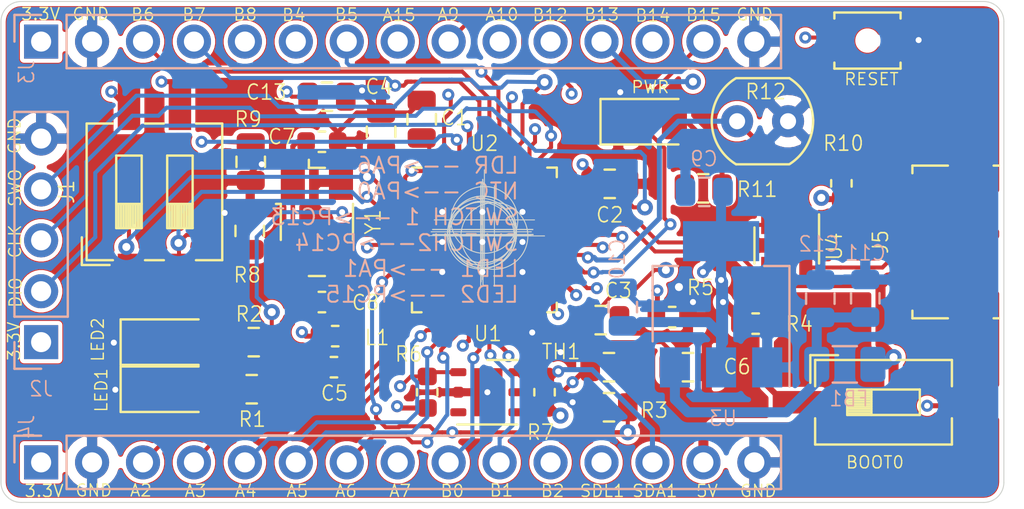
<source format=kicad_pcb>
(kicad_pcb (version 20171130) (host pcbnew "(5.1.9)-1")
  (layers (0 F.Cu signal) (1 "In1.Cu(GND)" power) (2 "In2.Cu(3.3V)" power) (31 B.Cu signal) (34 B.Paste user) (35 F.Paste user) (36 B.SilkS user) (37 F.SilkS user) (38 B.Mask user) (39 F.Mask user) (44 Edge.Cuts user))
  (net 0 "")
  (net 1 GND)
  (net 2 +3V3)
  (net 3 "Net-(C6-Pad1)")
  (net 4 Y1)
  (net 5 Y2)
  (net 6 +5V)
  (net 7 +3.3VA)
  (net 8 NTC)
  (net 9 NRST)
  (net 10 SDA1)
  (net 11 SDL1)
  (net 12 SWO)
  (net 13 SWCLK)
  (net 14 SWDIO)
  (net 15 RX1)
  (net 16 TX1)
  (net 17 RX2)
  (net 18 TX2)
  (net 19 BOOT0)
  (net 20 B2)
  (net 21 B1)
  (net 22 "Net-(C11-Pad1)")
  (net 23 "Net-(LED1-Pad2)")
  (net 24 "Net-(R4-Pad1)")
  (net 25 USB_+)
  (net 26 USB_-)
  (net 27 D+)
  (net 28 D-)
  (net 29 "Net-(LED2-Pad2)")
  (net 30 "Net-(LED3-Pad2)")
  (net 31 LDR)
  (net 32 D1)
  (net 33 D2)
  (net 34 SPI1_MOSI)
  (net 35 SPI1_MISO)
  (net 36 SPI1_SCK)
  (net 37 PA4)
  (net 38 PB0)
  (net 39 PB2)
  (net 40 PB1)
  (net 41 PA15)
  (net 42 PB5)
  (net 43 PB4)
  (net 44 PB8)
  (net 45 PA10)
  (net 46 PA9)
  (net 47 PB15)
  (net 48 PB14)
  (net 49 PB13)
  (net 50 PB12)
  (module Resistor_SMD:R_0603_1608Metric (layer F.Cu) (at 147.1 92.5 90)
    (fp_text reference R7 (at -2 -0.2 180) (layer F.SilkS) (effects (font (size 0.75 0.7) (thickness 0.08))))
    (fp_text value 10k)
    (pad 2 smd roundrect (at 0.7875 0 90) (size 0.875 0.95) (layers F.Cu F.Paste F.Mask) (net 11 SDL1))
    (pad 1 smd roundrect (at -0.7875 0 90) (size 0.875 0.95) (layers F.Cu F.Paste F.Mask) (net 2 +3V3))
  )
  (module OptoDevice:R_LDR_4.9x4.2mm_P2.54mm_Vertical (layer F.Cu) (at 156.7 78.975)
    (fp_text reference R12 (at 1.425 -1.475) (layer F.SilkS) (effects (font (size 0.75 0.7) (thickness 0.08))))
    (fp_text value VT93xx)
    (pad 2 thru_hole circle (at 2.54 0) (size 1.6 1.6) (drill 0.8) (layers *.Cu *.Mask) (net 1 GND))
    (pad 1 thru_hole circle (at 0 0) (size 1.6 1.6) (drill 0.8) (layers *.Cu *.Mask) (net 31 LDR))
  )
  (module Resistor_SMD:R_0805_2012Metric (layer F.Cu) (at 155.0125 82.325)
    (fp_text reference R11 (at 2.6875 0.05 180) (layer F.SilkS) (effects (font (size 0.75 0.7) (thickness 0.08))))
    (fp_text value 1k)
    (pad 2 smd roundrect (at 0.9375 0) (size 0.975 1.4) (layers F.Cu F.Paste F.Mask) (net 30 "Net-(LED3-Pad2)"))
    (pad 1 smd roundrect (at -0.9375 0) (size 0.975 1.4) (layers F.Cu F.Paste F.Mask))
  )
  (module Resistor_SMD:R_0603_1608Metric (layer F.Cu) (at 161.9 82.075 90)
    (fp_text reference R10 (at 2 0.1 180) (layer F.SilkS) (effects (font (size 0.75 0.7) (thickness 0.08))))
    (fp_text value 10k)
    (pad 2 smd roundrect (at 0.7875 0 90) (size 0.875 0.95) (layers F.Cu F.Paste F.Mask) (net 31 LDR))
    (pad 1 smd roundrect (at -0.7875 0 90) (size 0.875 0.95) (layers F.Cu F.Paste F.Mask) (net 2 +3V3))
  )
  (module LED_SMD:LED_1206_3216Metric (layer F.Cu) (at 152.175 79)
    (fp_text reference LED3 hide)
    (fp_text value LED)
    (pad 2 smd roundrect (at 1.4 0) (size 1.25 1.75) (layers F.Cu F.Paste F.Mask) (roundrect_rratio 0.2) (net 30 "Net-(LED3-Pad2)"))
    (pad 1 smd roundrect (at -1.4 0) (size 1.25 1.75) (layers F.Cu F.Paste F.Mask) (roundrect_rratio 0.2) (net 1 GND))
  )
  (module Capacitor_SMD:C_0805_2012Metric (layer F.Cu) (at 138.95 79.5 90)
    (fp_text reference C4 (at 2.25 -0.1 180) (layer F.SilkS) (effects (font (size 0.75 0.7) (thickness 0.08))))
    (fp_text value 100n)
    (pad 2 smd roundrect (at 0.9375 0 90) (size 0.975 1.4) (layers F.Cu F.Paste F.Mask) (net 1 GND))
    (pad 1 smd roundrect (at -0.9375 0 90) (size 0.975 1.4) (layers F.Cu F.Paste F.Mask) (net 2 +3V3))
  )
  (module Capacitor_SMD:C_0805_2012Metric (layer F.Cu) (at 149.9 88.9)
    (fp_text reference C3 (at 0.875 -1.475) (layer F.SilkS) (effects (font (size 0.75 0.7) (thickness 0.08))))
    (fp_text value 100n)
    (pad 2 smd roundrect (at 0.9375 0) (size 0.975 1.4) (layers F.Cu F.Paste F.Mask) (net 1 GND))
    (pad 1 smd roundrect (at -0.9375 0) (size 0.975 1.4) (layers F.Cu F.Paste F.Mask) (net 2 +3V3))
  )
  (module Capacitor_SMD:C_0805_2012Metric (layer F.Cu) (at 150.35 82.1)
    (fp_text reference C2 (at 0 1.55) (layer F.SilkS) (effects (font (size 0.75 0.7) (thickness 0.08))))
    (fp_text value 100n)
    (pad 2 smd roundrect (at 0.9375 0) (size 0.975 1.4) (layers F.Cu F.Paste F.Mask) (net 1 GND))
    (pad 1 smd roundrect (at -0.9375 0) (size 0.975 1.4) (layers F.Cu F.Paste F.Mask) (net 2 +3V3))
  )
  (module Capacitor_SMD:C_0805_2012Metric (layer F.Cu) (at 140.975 78.875 90)
    (fp_text reference C1 (at 0.075 1.65 180) (layer F.SilkS) (effects (font (size 0.75 0.7) (thickness 0.08))))
    (fp_text value 100n)
    (pad 2 smd roundrect (at 0.9375 0 90) (size 0.975 1.4) (layers F.Cu F.Paste F.Mask) (net 1 GND))
    (pad 1 smd roundrect (at -0.9375 0 90) (size 0.975 1.4) (layers F.Cu F.Paste F.Mask) (net 2 +3V3))
  )
  (module Capacitor_SMD:C_0805_2012Metric (layer B.Cu) (at 155.0625 82.5 180)
    (fp_text reference C9 (at 0.0125 1.65) (layer B.SilkS) (effects (font (size 0.75 0.7) (thickness 0.08)) (justify mirror)))
    (fp_text value 2.2u)
    (pad 2 smd roundrect (at 0.9375 0 180) (size 0.975 1.4) (layers B.Cu B.Paste B.Mask) (net 1 GND))
    (pad 1 smd roundrect (at -0.9375 0 180) (size 0.975 1.4) (layers B.Cu B.Paste B.Mask) (net 2 +3V3))
  )
  (module Resistor_SMD:R_0805_2012Metric (layer F.Cu) (at 132.45 81 270)
    (fp_text reference R9 (at -2.125 0.125 180) (layer F.SilkS) (effects (font (size 0.75 0.7) (thickness 0.08))))
    (fp_text value 10k)
    (pad 2 smd roundrect (at 0.9375 0 270) (size 0.975 1.4) (layers F.Cu F.Paste F.Mask) (net 1 GND))
    (pad 1 smd roundrect (at -0.9375 0 270) (size 0.975 1.4) (layers F.Cu F.Paste F.Mask) (net 21 B1))
  )
  (module Resistor_SMD:R_0805_2012Metric (layer F.Cu) (at 132.4 84.45 90)
    (fp_text reference R8 (at -2.2 -0.125 180) (layer F.SilkS) (effects (font (size 0.75 0.7) (thickness 0.08))))
    (fp_text value 10k)
    (pad 2 smd roundrect (at 0.9375 0 90) (size 0.975 1.4) (layers F.Cu F.Paste F.Mask) (net 1 GND))
    (pad 1 smd roundrect (at -0.9375 0 90) (size 0.975 1.4) (layers F.Cu F.Paste F.Mask) (net 20 B2))
  )
  (module Button_Switch_SMD:SW_DIP_SPSTx01_Slide_6.7x4.1mm_W8.61mm_P2.54mm_LowProfile (layer F.Cu) (at 164 93)
    (fp_text reference S1 hide)
    (fp_text value BOOT0)
    (pad 2 smd rect (at 4.305 0) (size 2.44 1.12) (layers F.Cu F.Paste F.Mask) (net 19 BOOT0))
    (pad 1 smd rect (at -4.305 0) (size 2.44 1.12) (layers F.Cu F.Paste F.Mask) (net 24 "Net-(R4-Pad1)"))
  )
  (module Resistor_SMD:R_0603_1608Metric (layer F.Cu) (at 153.4625 88.75)
    (fp_text reference R5 (at 1.4125 -1.475) (layer F.SilkS) (effects (font (size 0.75 0.7) (thickness 0.08))))
    (fp_text value 10k)
    (pad 2 smd roundrect (at 0.7875 0) (size 0.875 0.95) (layers F.Cu F.Paste F.Mask) (net 1 GND))
    (pad 1 smd roundrect (at -0.7875 0) (size 0.875 0.95) (layers F.Cu F.Paste F.Mask) (net 19 BOOT0))
  )
  (module Resistor_SMD:R_0603_1608Metric (layer F.Cu) (at 157.625 89.075 180)
    (fp_text reference R4 (at -2.175 -0.025) (layer F.SilkS) (effects (font (size 0.75 0.7) (thickness 0.08))))
    (fp_text value 1k)
    (pad 2 smd roundrect (at 0.7875 0 180) (size 0.875 0.95) (layers F.Cu F.Paste F.Mask) (net 2 +3V3))
    (pad 1 smd roundrect (at -0.7875 0 180) (size 0.875 0.95) (layers F.Cu F.Paste F.Mask) (net 24 "Net-(R4-Pad1)"))
  )
  (module Crystal:Crystal_SMD_Abracon_ABM3B-4Pin_5.0x3.2mm (layer F.Cu) (at 135.75 84 270)
    (fp_text reference Y1 (at 0 -2.8 90) (layer F.SilkS) (effects (font (size 0.75 0.7) (thickness 0.08))))
    (fp_text value 8MHz)
    (pad 4 smd rect (at -2 -1.2 270) (size 1.8 1.2) (layers F.Cu F.Paste F.Mask) (net 1 GND))
    (pad 3 smd rect (at 2 -1.2 270) (size 1.8 1.2) (layers F.Cu F.Paste F.Mask) (net 5 Y2))
    (pad 2 smd rect (at 2 1.2 270) (size 1.8 1.2) (layers F.Cu F.Paste F.Mask) (net 1 GND))
    (pad 1 smd rect (at -2 1.2 270) (size 1.8 1.2) (layers F.Cu F.Paste F.Mask) (net 4 Y1))
  )
  (module Package_TO_SOT_SMD:SOT-23-6 (layer F.Cu) (at 159.175 85.175 270)
    (fp_text reference U4 (at 0.05 -2.375 90) (layer F.SilkS) (effects (font (size 0.75 0.7) (thickness 0.08))))
    (fp_text value USBLC6-2SC6)
    (pad 5 smd rect (at 1.1 0 270) (size 1.06 0.65) (layers F.Cu F.Paste F.Mask) (net 6 +5V))
    (pad 6 smd rect (at 1.1 -0.95 270) (size 1.06 0.65) (layers F.Cu F.Paste F.Mask) (net 26 USB_-))
    (pad 4 smd rect (at 1.1 0.95 270) (size 1.06 0.65) (layers F.Cu F.Paste F.Mask) (net 28 D-))
    (pad 3 smd rect (at -1.1 0.95 270) (size 1.06 0.65) (layers F.Cu F.Paste F.Mask) (net 27 D+))
    (pad 2 smd rect (at -1.1 0 270) (size 1.06 0.65) (layers F.Cu F.Paste F.Mask) (net 1 GND))
    (pad 1 smd rect (at -1.1 -0.95 270) (size 1.06 0.65) (layers F.Cu F.Paste F.Mask) (net 25 USB_+))
  )
  (module Button_Switch_SMD:SW_DIP_SPSTx02_Slide_6.7x6.64mm_W8.61mm_P2.54mm_LowProfile (layer F.Cu) (at 127.65 82.5 90)
    (fp_text reference J1 (at 0 -4.38 90) (layer F.SilkS) (effects (font (size 0.75 0.7) (thickness 0.08))))
    (fp_text value button)
    (pad 4 smd rect (at 4.305 -1.27 90) (size 2.44 1.12) (layers F.Cu F.Paste F.Mask) (net 2 +3V3))
    (pad 2 smd rect (at -4.305 1.27 90) (size 2.44 1.12) (layers F.Cu F.Paste F.Mask) (net 20 B2))
    (pad 3 smd rect (at 4.305 1.27 90) (size 2.44 1.12) (layers F.Cu F.Paste F.Mask) (net 2 +3V3))
    (pad 1 smd rect (at -4.305 -1.27 90) (size 2.44 1.12) (layers F.Cu F.Paste F.Mask) (net 21 B1))
  )
  (module Resistor_SMD:R_0603_1608Metric (layer F.Cu) (at 141.25 92.5 90)
    (fp_text reference R6 (at 1.9 -0.925 180) (layer F.SilkS) (effects (font (size 0.75 0.7) (thickness 0.08))))
    (fp_text value 10k)
    (pad 2 smd roundrect (at 0.7875 0 90) (size 0.875 0.95) (layers F.Cu F.Paste F.Mask) (net 10 SDA1))
    (pad 1 smd roundrect (at -0.7875 0 90) (size 0.875 0.95) (layers F.Cu F.Paste F.Mask) (net 2 +3V3))
  )
  (module Package_TO_SOT_SMD:SOT-223-3_TabPin2 (layer B.Cu) (at 155.9 88.11 90)
    (fp_text reference U3 (at -5.69 0.1) (layer B.SilkS) (effects (font (size 0.75 0.7) (thickness 0.08)) (justify mirror)))
    (fp_text value AMS1117-3.3)
    (pad 2 smd rect (at 3.15 0 90) (size 2 3.8) (layers B.Cu B.Paste B.Mask) (net 2 +3V3))
    (pad 2 smd rect (at -3.15 0 90) (size 2 1.5) (layers B.Cu B.Paste B.Mask) (net 2 +3V3))
    (pad 3 smd rect (at -3.15 -2.3 90) (size 2 1.5) (layers B.Cu B.Paste B.Mask) (net 22 "Net-(C11-Pad1)"))
    (pad 1 smd rect (at -3.15 2.3 90) (size 2 1.5) (layers B.Cu B.Paste B.Mask) (net 1 GND))
  )
  (module Capacitor_SMD:C_0805_2012Metric (layer B.Cu) (at 151 88.25 90)
    (fp_text reference C10 (at 2.4 -0.275 270) (layer B.SilkS) (effects (font (size 0.75 0.7) (thickness 0.08)) (justify mirror)))
    (fp_text value 2.2u)
    (pad 2 smd roundrect (at 0.9375 0 90) (size 0.975 1.4) (layers B.Cu B.Paste B.Mask) (net 1 GND))
    (pad 1 smd roundrect (at -0.9375 0 90) (size 0.975 1.4) (layers B.Cu B.Paste B.Mask) (net 2 +3V3))
  )
  (module Inductor_SMD:L_1206_3216Metric (layer B.Cu) (at 162.07 91.11)
    (fp_text reference FB1 (at 0.205 1.715) (layer B.SilkS) (effects (font (size 0.75 0.7) (thickness 0.08)) (justify mirror)))
    (fp_text value Ferrite_Bead_Small)
    (pad 2 smd roundrect (at 1.4 0) (size 1.25 1.75) (layers B.Cu B.Paste B.Mask) (roundrect_rratio 0.2) (net 6 +5V))
    (pad 1 smd roundrect (at -1.4 0) (size 1.25 1.75) (layers B.Cu B.Paste B.Mask) (roundrect_rratio 0.2) (net 22 "Net-(C11-Pad1)"))
  )
  (module Resistor_SMD:R_0805_2012Metric (layer F.Cu) (at 150.3125 91.25)
    (fp_text reference TH1 (at -2.3875 -0.775) (layer F.SilkS) (effects (font (size 0.75 0.7) (thickness 0.08))))
    (fp_text value 10K)
    (pad 2 smd roundrect (at 0.9375 0) (size 0.975 1.4) (layers F.Cu F.Paste F.Mask) (net 8 NTC))
    (pad 1 smd roundrect (at -0.9375 0) (size 0.975 1.4) (layers F.Cu F.Paste F.Mask) (net 2 +3V3))
  )
  (module Connector_PinHeader_2.54mm:PinHeader_1x05_P2.54mm_Vertical (layer B.Cu) (at 122 90)
    (fp_text reference J2 (at 0 2.33) (layer B.SilkS) (effects (font (size 0.75 0.7) (thickness 0.08)) (justify mirror)))
    (fp_text value DEBUG)
    (pad 5 thru_hole oval (at 0 -10.16) (size 1.7 1.7) (drill 1) (layers *.Cu *.Mask) (net 1 GND))
    (pad 4 thru_hole oval (at 0 -7.62) (size 1.7 1.7) (drill 1) (layers *.Cu *.Mask) (net 12 SWO))
    (pad 3 thru_hole oval (at 0 -5.08) (size 1.7 1.7) (drill 1) (layers *.Cu *.Mask) (net 13 SWCLK))
    (pad 2 thru_hole oval (at 0 -2.54) (size 1.7 1.7) (drill 1) (layers *.Cu *.Mask) (net 14 SWDIO))
    (pad 1 thru_hole rect (at 0 0) (size 1.7 1.7) (drill 1) (layers *.Cu *.Mask) (net 2 +3V3))
  )
  (module Package_DFN_QFN:QFN-48-1EP_7x7mm_P0.5mm_EP5.6x5.6mm (layer F.Cu) (at 144.1 84.9)
    (fp_text reference U2 (at 0 -4.82) (layer F.SilkS) (effects (font (size 0.75 0.7) (thickness 0.08))))
    (fp_text value STM32F411CCUx)
    (pad 48 smd roundrect (at -2.75 -3.4375) (size 0.25 0.875) (layers F.Cu F.Paste F.Mask) (net 2 +3V3))
    (pad 47 smd roundrect (at -2.25 -3.4375) (size 0.25 0.875) (layers F.Cu F.Paste F.Mask) (net 1 GND))
    (pad 46 smd roundrect (at -1.75 -3.4375) (size 0.25 0.875) (layers F.Cu F.Paste F.Mask) (net 10 SDA1))
    (pad 45 smd roundrect (at -1.25 -3.4375) (size 0.25 0.875) (layers F.Cu F.Paste F.Mask) (net 44 PB8))
    (pad 44 smd roundrect (at -0.75 -3.4375) (size 0.25 0.875) (layers F.Cu F.Paste F.Mask) (net 19 BOOT0))
    (pad 43 smd roundrect (at -0.25 -3.4375) (size 0.25 0.875) (layers F.Cu F.Paste F.Mask) (net 15 RX1))
    (pad 42 smd roundrect (at 0.25 -3.4375) (size 0.25 0.875) (layers F.Cu F.Paste F.Mask) (net 16 TX1))
    (pad 41 smd roundrect (at 0.75 -3.4375) (size 0.25 0.875) (layers F.Cu F.Paste F.Mask) (net 42 PB5))
    (pad 40 smd roundrect (at 1.25 -3.4375) (size 0.25 0.875) (layers F.Cu F.Paste F.Mask) (net 43 PB4))
    (pad 39 smd roundrect (at 1.75 -3.4375) (size 0.25 0.875) (layers F.Cu F.Paste F.Mask) (net 12 SWO))
    (pad 38 smd roundrect (at 2.25 -3.4375) (size 0.25 0.875) (layers F.Cu F.Paste F.Mask) (net 41 PA15))
    (pad 37 smd roundrect (at 2.75 -3.4375) (size 0.25 0.875) (layers F.Cu F.Paste F.Mask) (net 13 SWCLK))
    (pad 36 smd roundrect (at 3.4375 -2.75) (size 0.875 0.25) (layers F.Cu F.Paste F.Mask) (net 2 +3V3))
    (pad 35 smd roundrect (at 3.4375 -2.25) (size 0.875 0.25) (layers F.Cu F.Paste F.Mask) (net 1 GND))
    (pad 34 smd roundrect (at 3.4375 -1.75) (size 0.875 0.25) (layers F.Cu F.Paste F.Mask) (net 14 SWDIO))
    (pad 33 smd roundrect (at 3.4375 -1.25) (size 0.875 0.25) (layers F.Cu F.Paste F.Mask) (net 27 D+))
    (pad 32 smd roundrect (at 3.4375 -0.75) (size 0.875 0.25) (layers F.Cu F.Paste F.Mask) (net 28 D-))
    (pad 31 smd roundrect (at 3.4375 -0.25) (size 0.875 0.25) (layers F.Cu F.Paste F.Mask) (net 45 PA10))
    (pad 30 smd roundrect (at 3.4375 0.25) (size 0.875 0.25) (layers F.Cu F.Paste F.Mask) (net 46 PA9))
    (pad 29 smd roundrect (at 3.4375 0.75) (size 0.875 0.25) (layers F.Cu F.Paste F.Mask) (net 31 LDR))
    (pad 28 smd roundrect (at 3.4375 1.25) (size 0.875 0.25) (layers F.Cu F.Paste F.Mask) (net 47 PB15))
    (pad 27 smd roundrect (at 3.4375 1.75) (size 0.875 0.25) (layers F.Cu F.Paste F.Mask) (net 48 PB14))
    (pad 26 smd roundrect (at 3.4375 2.25) (size 0.875 0.25) (layers F.Cu F.Paste F.Mask) (net 49 PB13))
    (pad 25 smd roundrect (at 3.4375 2.75) (size 0.875 0.25) (layers F.Cu F.Paste F.Mask) (net 50 PB12))
    (pad 24 smd roundrect (at 2.75 3.4375) (size 0.25 0.875) (layers F.Cu F.Paste F.Mask) (net 2 +3V3))
    (pad 23 smd roundrect (at 2.25 3.4375) (size 0.25 0.875) (layers F.Cu F.Paste F.Mask) (net 1 GND))
    (pad 22 smd roundrect (at 1.75 3.4375) (size 0.25 0.875) (layers F.Cu F.Paste F.Mask) (net 3 "Net-(C6-Pad1)"))
    (pad 21 smd roundrect (at 1.25 3.4375) (size 0.25 0.875) (layers F.Cu F.Paste F.Mask) (net 11 SDL1))
    (pad 20 smd roundrect (at 0.75 3.4375) (size 0.25 0.875) (layers F.Cu F.Paste F.Mask) (net 39 PB2))
    (pad 19 smd roundrect (at 0.25 3.4375) (size 0.25 0.875) (layers F.Cu F.Paste F.Mask) (net 40 PB1))
    (pad 18 smd roundrect (at -0.25 3.4375) (size 0.25 0.875) (layers F.Cu F.Paste F.Mask) (net 38 PB0))
    (pad 17 smd roundrect (at -0.75 3.4375) (size 0.25 0.875) (layers F.Cu F.Paste F.Mask) (net 34 SPI1_MOSI))
    (pad 16 smd roundrect (at -1.25 3.4375) (size 0.25 0.875) (layers F.Cu F.Paste F.Mask) (net 35 SPI1_MISO))
    (pad 15 smd roundrect (at -1.75 3.4375) (size 0.25 0.875) (layers F.Cu F.Paste F.Mask) (net 36 SPI1_SCK))
    (pad 14 smd roundrect (at -2.25 3.4375) (size 0.25 0.875) (layers F.Cu F.Paste F.Mask) (net 37 PA4))
    (pad 13 smd roundrect (at -2.75 3.4375) (size 0.25 0.875) (layers F.Cu F.Paste F.Mask) (net 17 RX2))
    (pad 12 smd roundrect (at -3.4375 2.75) (size 0.875 0.25) (layers F.Cu F.Paste F.Mask) (net 18 TX2))
    (pad 11 smd roundrect (at -3.4375 2.25) (size 0.875 0.25) (layers F.Cu F.Paste F.Mask) (net 32 D1))
    (pad 10 smd roundrect (at -3.4375 1.75) (size 0.875 0.25) (layers F.Cu F.Paste F.Mask) (net 8 NTC))
    (pad 9 smd roundrect (at -3.4375 1.25) (size 0.875 0.25) (layers F.Cu F.Paste F.Mask) (net 7 +3.3VA))
    (pad 8 smd roundrect (at -3.4375 0.75) (size 0.875 0.25) (layers F.Cu F.Paste F.Mask) (net 1 GND))
    (pad 7 smd roundrect (at -3.4375 0.25) (size 0.875 0.25) (layers F.Cu F.Paste F.Mask) (net 9 NRST))
    (pad 6 smd roundrect (at -3.4375 -0.25) (size 0.875 0.25) (layers F.Cu F.Paste F.Mask) (net 5 Y2))
    (pad 5 smd roundrect (at -3.4375 -0.75) (size 0.875 0.25) (layers F.Cu F.Paste F.Mask) (net 4 Y1))
    (pad 4 smd roundrect (at -3.4375 -1.25) (size 0.875 0.25) (layers F.Cu F.Paste F.Mask) (net 33 D2))
    (pad 3 smd roundrect (at -3.4375 -1.75) (size 0.875 0.25) (layers F.Cu F.Paste F.Mask) (net 20 B2))
    (pad 2 smd roundrect (at -3.4375 -2.25) (size 0.875 0.25) (layers F.Cu F.Paste F.Mask) (net 21 B1))
    (pad 1 smd roundrect (at -3.4375 -2.75) (size 0.875 0.25) (layers F.Cu F.Paste F.Mask) (net 2 +3V3))
    (pad 49 smd roundrect (at 0 0) (size 5.6 5.6) (layers F.Cu F.Mask) (roundrect_rratio 0.044643) (net 1 GND))
  )
  (module Package_DFN_QFN:DFN-6-1EP_3x3mm_P1mm_EP1.5x2.4mm (layer F.Cu) (at 144.25 92.5)
    (fp_text reference U1 (at 0.025 -2.925) (layer F.SilkS) (effects (font (size 0.75 0.7) (thickness 0.08))))
    (fp_text value Si7020-A20)
    (pad 7 smd rect (at 0 0) (size 1.5 2.4) (layers F.Cu F.Mask) (net 1 GND))
    (pad 6 smd roundrect (at 1.45 -1) (size 0.8 0.4) (layers F.Cu F.Paste F.Mask) (net 11 SDL1))
    (pad 5 smd roundrect (at 1.45 0) (size 0.8 0.4) (layers F.Cu F.Paste F.Mask) (net 2 +3V3))
    (pad 4 smd roundrect (at 1.45 1) (size 0.8 0.4) (layers F.Cu F.Paste F.Mask))
    (pad 3 smd roundrect (at -1.45 1) (size 0.8 0.4) (layers F.Cu F.Paste F.Mask))
    (pad 2 smd roundrect (at -1.45 0) (size 0.8 0.4) (layers F.Cu F.Paste F.Mask) (net 1 GND))
    (pad 1 smd roundrect (at -1.45 -1) (size 0.8 0.4) (layers F.Cu F.Paste F.Mask) (net 10 SDA1))
  )
  (module Button_Switch_SMD:SW_SPST_B3U-1000P-B (layer F.Cu) (at 163.2 74.95 180)
    (fp_text reference SW1 hide)
    (fp_text value RESET)
    (pad "" np_thru_hole circle (at 0 0 180) (size 0.8 0.8) (drill 0.8) (layers *.Cu *.Mask))
    (pad 2 smd rect (at 1.7 0 180) (size 0.9 1.7) (layers F.Cu F.Paste F.Mask) (net 9 NRST))
    (pad 1 smd rect (at -1.7 0 180) (size 0.9 1.7) (layers F.Cu F.Paste F.Mask) (net 1 GND))
  )
  (module Capacitor_SMD:C_0805_2012Metric (layer F.Cu) (at 136.25 77.75)
    (fp_text reference C13 (at -3.025 -0.225) (layer F.SilkS) (effects (font (size 0.75 0.7) (thickness 0.08))))
    (fp_text value 100n)
    (pad 2 smd roundrect (at 0.9375 0) (size 0.975 1.4) (layers F.Cu F.Paste F.Mask) (net 1 GND))
    (pad 1 smd roundrect (at -0.9375 0) (size 0.975 1.4) (layers F.Cu F.Paste F.Mask) (net 9 NRST))
  )
  (module Resistor_SMD:R_0805_2012Metric (layer F.Cu) (at 132.6 90 180)
    (fp_text reference R2 (at 0.225 1.4) (layer F.SilkS) (effects (font (size 0.75 0.7) (thickness 0.08))))
    (fp_text value 1k)
    (pad 2 smd roundrect (at 0.9375 0 180) (size 0.975 1.4) (layers F.Cu F.Paste F.Mask) (net 29 "Net-(LED2-Pad2)"))
    (pad 1 smd roundrect (at -0.9375 0 180) (size 0.975 1.4) (layers F.Cu F.Paste F.Mask) (net 33 D2))
  )
  (module Resistor_SMD:R_0805_2012Metric (layer F.Cu) (at 132.5 92.35 180)
    (fp_text reference R1 (at -0.025 -1.5) (layer F.SilkS) (effects (font (size 0.75 0.7) (thickness 0.08))))
    (fp_text value 1k)
    (pad 2 smd roundrect (at 0.9375 0 180) (size 0.975 1.4) (layers F.Cu F.Paste F.Mask) (net 23 "Net-(LED1-Pad2)"))
    (pad 1 smd roundrect (at -0.9375 0 180) (size 0.975 1.4) (layers F.Cu F.Paste F.Mask) (net 32 D1))
  )
  (module LED_SMD:LED_1206_3216Metric (layer F.Cu) (at 128.25 90)
    (fp_text reference LED2 hide)
    (fp_text value LED)
    (pad 2 smd roundrect (at 1.4 0) (size 1.25 1.75) (layers F.Cu F.Paste F.Mask) (roundrect_rratio 0.2) (net 29 "Net-(LED2-Pad2)"))
    (pad 1 smd roundrect (at -1.4 0) (size 1.25 1.75) (layers F.Cu F.Paste F.Mask) (roundrect_rratio 0.2) (net 1 GND))
  )
  (module LED_SMD:LED_1206_3216Metric (layer F.Cu) (at 128.25 92.35)
    (fp_text reference LED1 hide)
    (fp_text value LED)
    (pad 2 smd roundrect (at 1.4 0) (size 1.25 1.75) (layers F.Cu F.Paste F.Mask) (roundrect_rratio 0.2) (net 23 "Net-(LED1-Pad2)"))
    (pad 1 smd roundrect (at -1.4 0) (size 1.25 1.75) (layers F.Cu F.Paste F.Mask) (roundrect_rratio 0.2) (net 1 GND))
  )
  (module Resistor_SMD:R_0805_2012Metric (layer F.Cu) (at 150.3125 93.25 180)
    (fp_text reference R3 (at -2.2625 -0.15) (layer F.SilkS) (effects (font (size 0.75 0.7) (thickness 0.08))))
    (fp_text value 1k)
    (pad 2 smd roundrect (at 0.9375 0 180) (size 0.975 1.4) (layers F.Cu F.Paste F.Mask) (net 1 GND))
    (pad 1 smd roundrect (at -0.9375 0 180) (size 0.975 1.4) (layers F.Cu F.Paste F.Mask) (net 8 NTC))
  )
  (module Connector_PinHeader_2.54mm:PinHeader_1x15_P2.54mm_Vertical (layer B.Cu) (at 122 96 270)
    (fp_text reference J4 (at -1.775 0.725 270) (layer B.SilkS) (effects (font (size 0.75 0.7) (thickness 0.08)) (justify mirror)))
    (fp_text value Conn_01x15_Female)
    (pad 15 thru_hole oval (at 0 -35.56 270) (size 1.7 1.7) (drill 1) (layers *.Cu *.Mask) (net 1 GND))
    (pad 14 thru_hole oval (at 0 -33.02 270) (size 1.7 1.7) (drill 1) (layers *.Cu *.Mask) (net 6 +5V))
    (pad 13 thru_hole oval (at 0 -30.48 270) (size 1.7 1.7) (drill 1) (layers *.Cu *.Mask) (net 11 SDL1))
    (pad 12 thru_hole oval (at 0 -27.94 270) (size 1.7 1.7) (drill 1) (layers *.Cu *.Mask) (net 10 SDA1))
    (pad 11 thru_hole oval (at 0 -25.4 270) (size 1.7 1.7) (drill 1) (layers *.Cu *.Mask) (net 39 PB2))
    (pad 10 thru_hole oval (at 0 -22.86 270) (size 1.7 1.7) (drill 1) (layers *.Cu *.Mask) (net 40 PB1))
    (pad 9 thru_hole oval (at 0 -20.32 270) (size 1.7 1.7) (drill 1) (layers *.Cu *.Mask) (net 38 PB0))
    (pad 8 thru_hole oval (at 0 -17.78 270) (size 1.7 1.7) (drill 1) (layers *.Cu *.Mask) (net 34 SPI1_MOSI))
    (pad 7 thru_hole oval (at 0 -15.24 270) (size 1.7 1.7) (drill 1) (layers *.Cu *.Mask) (net 35 SPI1_MISO))
    (pad 6 thru_hole oval (at 0 -12.7 270) (size 1.7 1.7) (drill 1) (layers *.Cu *.Mask) (net 36 SPI1_SCK))
    (pad 5 thru_hole oval (at 0 -10.16 270) (size 1.7 1.7) (drill 1) (layers *.Cu *.Mask) (net 37 PA4))
    (pad 4 thru_hole oval (at 0 -7.62 270) (size 1.7 1.7) (drill 1) (layers *.Cu *.Mask) (net 17 RX2))
    (pad 3 thru_hole oval (at 0 -5.08 270) (size 1.7 1.7) (drill 1) (layers *.Cu *.Mask) (net 18 TX2))
    (pad 2 thru_hole oval (at 0 -2.54 270) (size 1.7 1.7) (drill 1) (layers *.Cu *.Mask) (net 1 GND))
    (pad 1 thru_hole rect (at 0 0 270) (size 1.7 1.7) (drill 1) (layers *.Cu *.Mask) (net 2 +3V3))
  )
  (module Connector_PinHeader_2.54mm:PinHeader_1x15_P2.54mm_Vertical (layer B.Cu) (at 122 75 270)
    (fp_text reference J3 (at 1.525 0.725 270) (layer B.SilkS) (effects (font (size 0.75 0.7) (thickness 0.08)) (justify mirror)))
    (fp_text value Conn_01x15_Female)
    (pad 15 thru_hole oval (at 0 -35.56 270) (size 1.7 1.7) (drill 1) (layers *.Cu *.Mask) (net 1 GND))
    (pad 14 thru_hole oval (at 0 -33.02 270) (size 1.7 1.7) (drill 1) (layers *.Cu *.Mask) (net 47 PB15))
    (pad 13 thru_hole oval (at 0 -30.48 270) (size 1.7 1.7) (drill 1) (layers *.Cu *.Mask) (net 48 PB14))
    (pad 12 thru_hole oval (at 0 -27.94 270) (size 1.7 1.7) (drill 1) (layers *.Cu *.Mask) (net 49 PB13))
    (pad 11 thru_hole oval (at 0 -25.4 270) (size 1.7 1.7) (drill 1) (layers *.Cu *.Mask) (net 50 PB12))
    (pad 10 thru_hole oval (at 0 -22.86 270) (size 1.7 1.7) (drill 1) (layers *.Cu *.Mask) (net 45 PA10))
    (pad 9 thru_hole oval (at 0 -20.32 270) (size 1.7 1.7) (drill 1) (layers *.Cu *.Mask) (net 46 PA9))
    (pad 8 thru_hole oval (at 0 -17.78 270) (size 1.7 1.7) (drill 1) (layers *.Cu *.Mask) (net 41 PA15))
    (pad 7 thru_hole oval (at 0 -15.24 270) (size 1.7 1.7) (drill 1) (layers *.Cu *.Mask) (net 42 PB5))
    (pad 6 thru_hole oval (at 0 -12.7 270) (size 1.7 1.7) (drill 1) (layers *.Cu *.Mask) (net 43 PB4))
    (pad 5 thru_hole oval (at 0 -10.16 270) (size 1.7 1.7) (drill 1) (layers *.Cu *.Mask) (net 44 PB8))
    (pad 4 thru_hole oval (at 0 -7.62 270) (size 1.7 1.7) (drill 1) (layers *.Cu *.Mask) (net 15 RX1))
    (pad 3 thru_hole oval (at 0 -5.08 270) (size 1.7 1.7) (drill 1) (layers *.Cu *.Mask) (net 16 TX1))
    (pad 2 thru_hole oval (at 0 -2.54 270) (size 1.7 1.7) (drill 1) (layers *.Cu *.Mask) (net 1 GND))
    (pad 1 thru_hole rect (at 0 0 270) (size 1.7 1.7) (drill 1) (layers *.Cu *.Mask) (net 2 +3V3))
  )
  (module Inductor_SMD:L_0603_1608Metric (layer F.Cu) (at 136.6625 89.7)
    (fp_text reference L1 (at 2.0875 0.075) (layer F.SilkS) (effects (font (size 0.75 0.7) (thickness 0.08))))
    (fp_text value 33uh)
    (pad 2 smd roundrect (at 0.7875 0) (size 0.875 0.95) (layers F.Cu F.Paste F.Mask) (net 7 +3.3VA))
    (pad 1 smd roundrect (at -0.7875 0) (size 0.875 0.95) (layers F.Cu F.Paste F.Mask) (net 2 +3V3))
  )
  (module Connector_USB:USB_Micro-B_Molex_47346-0001 (layer F.Cu) (at 167.15 85 90)
    (fp_text reference J5 (at 0 -3.3 270) (layer F.SilkS) (effects (font (size 0.75 0.7) (thickness 0.08))))
    (fp_text value USB_B_Micro)
    (pad 6 smd rect (at 1.55 1.2 90) (size 1 1.9) (layers F.Cu F.Paste F.Mask) (net 1 GND))
    (pad 6 smd rect (at -1.15 1.2 90) (size 1.8 1.9) (layers F.Cu F.Paste F.Mask) (net 1 GND))
    (pad 6 smd rect (at 3.375 1.2 90) (size 1.65 1.3) (layers F.Cu F.Paste F.Mask) (net 1 GND))
    (pad 6 smd rect (at -3.375 1.2 90) (size 1.65 1.3) (layers F.Cu F.Paste F.Mask) (net 1 GND))
    (pad 6 smd rect (at 2.4875 -1.375 90) (size 1.425 1.55) (layers F.Cu F.Paste F.Mask) (net 1 GND))
    (pad 6 smd rect (at -2.4875 -1.375 90) (size 1.425 1.55) (layers F.Cu F.Paste F.Mask) (net 1 GND))
    (pad 5 smd rect (at 1.3 -1.46 90) (size 0.45 1.38) (layers F.Cu F.Paste F.Mask) (net 1 GND))
    (pad 4 smd rect (at 0.65 -1.46 90) (size 0.45 1.38) (layers F.Cu F.Paste F.Mask))
    (pad 3 smd rect (at 0 -1.46 90) (size 0.45 1.38) (layers F.Cu F.Paste F.Mask) (net 25 USB_+))
    (pad 2 smd rect (at -0.65 -1.46 90) (size 0.45 1.38) (layers F.Cu F.Paste F.Mask) (net 26 USB_-))
    (pad 1 smd rect (at -1.3 -1.46 90) (size 0.45 1.38) (layers F.Cu F.Paste F.Mask) (net 6 +5V))
  )
  (module Capacitor_SMD:C_0603_1608Metric (layer F.Cu) (at 136.6 91.25 180)
    (fp_text reference C5 (at -0.025 -1.3) (layer F.SilkS) (effects (font (size 0.75 0.7) (thickness 0.08))))
    (fp_text value 22pF)
    (pad 2 smd roundrect (at 0.7875 0 180) (size 0.875 0.95) (layers F.Cu F.Paste F.Mask) (net 1 GND))
    (pad 1 smd roundrect (at -0.7875 0 180) (size 0.875 0.95) (layers F.Cu F.Paste F.Mask) (net 7 +3.3VA))
  )
  (module Capacitor_SMD:C_0805_2012Metric (layer B.Cu) (at 160.85 87.83 90)
    (fp_text reference C12 (at 2.73 -0.075 180) (layer B.SilkS) (effects (font (size 0.75 0.7) (thickness 0.08)) (justify mirror)))
    (fp_text value 4.7u)
    (pad 2 smd roundrect (at 0.9375 0 90) (size 0.975 1.4) (layers B.Cu B.Paste B.Mask) (net 1 GND))
    (pad 1 smd roundrect (at -0.9375 0 90) (size 0.975 1.4) (layers B.Cu B.Paste B.Mask) (net 22 "Net-(C11-Pad1)"))
  )
  (module Capacitor_SMD:C_0805_2012Metric (layer B.Cu) (at 163.09 87.8125 90)
    (fp_text reference C11 (at 2.2625 0.01 180) (layer B.SilkS) (effects (font (size 0.75 0.7) (thickness 0.08)) (justify mirror)))
    (fp_text value 0.1u)
    (pad 2 smd roundrect (at 0.9375 0 90) (size 0.975 1.4) (layers B.Cu B.Paste B.Mask) (net 1 GND))
    (pad 1 smd roundrect (at -0.9375 0 90) (size 0.975 1.4) (layers B.Cu B.Paste B.Mask) (net 22 "Net-(C11-Pad1)"))
  )
  (module Capacitor_SMD:C_0603_1608Metric (layer F.Cu) (at 136 88 180)
    (fp_text reference C8 (at -2.175 -0.025) (layer F.SilkS) (effects (font (size 0.75 0.7) (thickness 0.08))))
    (fp_text value 12pF)
    (pad 2 smd roundrect (at 0.7875 0 180) (size 0.875 0.95) (layers F.Cu F.Paste F.Mask) (net 1 GND))
    (pad 1 smd roundrect (at -0.7875 0 180) (size 0.875 0.95) (layers F.Cu F.Paste F.Mask) (net 5 Y2))
  )
  (module Capacitor_SMD:C_0603_1608Metric (layer F.Cu) (at 136 80)
    (fp_text reference C7 (at -2 -0.25) (layer F.SilkS) (effects (font (size 0.75 0.7) (thickness 0.08))))
    (fp_text value 12pF)
    (pad 2 smd roundrect (at 0.7875 0) (size 0.875 0.95) (layers F.Cu F.Paste F.Mask) (net 1 GND))
    (pad 1 smd roundrect (at -0.7875 0) (size 0.875 0.95) (layers F.Cu F.Paste F.Mask) (net 4 Y1))
  )
  (module Capacitor_SMD:C_0805_2012Metric (layer F.Cu) (at 154.25 91.25)
    (fp_text reference C6 (at 2.45 -0.025) (layer F.SilkS) (effects (font (size 0.75 0.7) (thickness 0.08))))
    (fp_text value 2.2u)
    (pad 2 smd roundrect (at 0.9375 0) (size 0.975 1.4) (layers F.Cu F.Paste F.Mask) (net 1 GND))
    (pad 1 smd roundrect (at -0.9375 0) (size 0.975 1.4) (layers F.Cu F.Paste F.Mask) (net 3 "Net-(C6-Pad1)"))
  )
  (target plus (at 144.1 83.9) (size 5) (width 0.05) (layer Edge.Cuts))
  (target plus (at 144.6 84.7) (size 5) (width 0.05) (layer Edge.Cuts))
  (target plus (at 144.018 84.3788) (size 5) (width 0.05) (layer Edge.Cuts))
  (target plus (at 144.018 84.3788) (size 5) (width 0.05) (layer Edge.Cuts))
  (target plus (at 143.9418 84.4931) (size 5) (width 0.05) (layer Edge.Cuts))
  (target plus (at 144.0307 84.6328) (size 5) (width 0.05) (layer Edge.Cuts))
  (target plus (at 144.0307 84.6328) (size 5) (width 0.05) (layer Edge.Cuts))
  (target plus (at 144.0307 84.6328) (size 5) (width 0.05) (layer Edge.Cuts))
  (target plus (at 143.9164 84.6836) (size 5) (width 0.05) (layer Edge.Cuts))
  (gr_text "LDR -->PA6\nNTC -->PA0\nSWITCH 1 -->PC13\nSWITCH2-->PC14\nLED1 -->PA1\nLED2 -->PC15" (at 145.875 84.4) (layer B.SilkS) (effects (font (size 0.8 0.8) (thickness 0.1)) (justify left mirror)))
  (gr_text LED1 (at 125 92.4 90) (layer F.SilkS) (effects (font (size 0.6 0.6) (thickness 0.07))))
  (gr_text LED2 (at 124.825 89.875 90) (layer F.SilkS) (effects (font (size 0.6 0.6) (thickness 0.07))))
  (gr_text PWR (at 152.375 77.275) (layer F.SilkS) (effects (font (size 0.6 0.6) (thickness 0.07))))
  (gr_text BOOT0 (at 163.575 96) (layer F.SilkS) (effects (font (size 0.6 0.6) (thickness 0.07))))
  (gr_text GND (at 157.75 97.425) (layer F.SilkS) (effects (font (size 0.6 0.6) (thickness 0.07))))
  (gr_text 5V (at 155.2 97.425) (layer F.SilkS) (effects (font (size 0.6 0.6) (thickness 0.07))))
  (gr_text SDA1 (at 152.6 97.425) (layer F.SilkS) (effects (font (size 0.6 0.6) (thickness 0.07))))
  (gr_text SDL1 (at 149.975 97.425) (layer F.SilkS) (effects (font (size 0.6 0.6) (thickness 0.07))))
  (gr_text B2 (at 147.5 97.425) (layer F.SilkS) (effects (font (size 0.6 0.6) (thickness 0.07))))
  (gr_text B1 (at 144.95 97.4) (layer F.SilkS) (effects (font (size 0.6 0.6) (thickness 0.07))))
  (gr_text B0 (at 142.5 97.425) (layer F.SilkS) (effects (font (size 0.6 0.6) (thickness 0.07))))
  (gr_text A7 (at 139.9 97.425) (layer F.SilkS) (effects (font (size 0.6 0.6) (thickness 0.07))))
  (gr_text A6 (at 137.2 97.425) (layer F.SilkS) (effects (font (size 0.6 0.6) (thickness 0.07))))
  (gr_text A5 (at 134.775 97.425) (layer F.SilkS) (effects (font (size 0.6 0.6) (thickness 0.07))))
  (gr_text A4 (at 132.2 97.425) (layer F.SilkS) (effects (font (size 0.6 0.6) (thickness 0.07))))
  (gr_text A3 (at 129.7 97.425) (layer F.SilkS) (effects (font (size 0.6 0.6) (thickness 0.07))))
  (gr_text A2 (at 126.975 97.4) (layer F.SilkS) (effects (font (size 0.6 0.6) (thickness 0.07))))
  (gr_text 3.3V (at 122.15 97.425) (layer F.SilkS) (effects (font (size 0.6 0.6) (thickness 0.07))))
  (gr_text GND (at 124.625 97.4) (layer F.SilkS) (effects (font (size 0.6 0.6) (thickness 0.07))))
  (gr_text 3.3V (at 120.65 89.95 90) (layer F.SilkS) (effects (font (size 0.6 0.6) (thickness 0.07))))
  (gr_text DIO (at 120.725 87.525 90) (layer F.SilkS) (effects (font (size 0.6 0.6) (thickness 0.07))))
  (gr_text CLK (at 120.7 84.975 90) (layer F.SilkS) (effects (font (size 0.6 0.6) (thickness 0.07))))
  (gr_text SWO (at 120.7 82.3 90) (layer F.SilkS) (effects (font (size 0.6 0.6) (thickness 0.07))))
  (gr_text GND (at 120.675 79.7 90) (layer F.SilkS) (effects (font (size 0.6 0.6) (thickness 0.07))))
  (gr_text RESET (at 163.4 76.875) (layer F.SilkS) (effects (font (size 0.6 0.6) (thickness 0.07))))
  (gr_text 3.3V (at 121.975 73.625) (layer F.SilkS) (effects (font (size 0.6 0.6) (thickness 0.07))))
  (gr_text GND (at 124.475 73.625) (layer F.SilkS) (effects (font (size 0.6 0.6) (thickness 0.07))))
  (gr_text B6 (at 127.075 73.65) (layer F.SilkS) (effects (font (size 0.6 0.6) (thickness 0.07))))
  (gr_text B7 (at 129.625 73.65) (layer F.SilkS) (effects (font (size 0.6 0.6) (thickness 0.07))))
  (gr_text GND (at 157.575 73.65) (layer F.SilkS) (effects (font (size 0.6 0.6) (thickness 0.07))))
  (gr_text B15 (at 155.025 73.675) (layer F.SilkS) (effects (font (size 0.6 0.6) (thickness 0.07))))
  (gr_text B14 (at 152.5 73.7) (layer F.SilkS) (effects (font (size 0.6 0.6) (thickness 0.07))))
  (gr_text B13 (at 149.95 73.65) (layer F.SilkS) (effects (font (size 0.6 0.6) (thickness 0.07))))
  (gr_text B12 (at 147.375 73.675) (layer F.SilkS) (effects (font (size 0.6 0.6) (thickness 0.07))))
  (gr_text A10 (at 144.975 73.65) (layer F.SilkS) (effects (font (size 0.6 0.6) (thickness 0.07))))
  (gr_text A9 (at 142.3 73.65) (layer F.SilkS) (effects (font (size 0.6 0.6) (thickness 0.07))))
  (gr_text A15 (at 139.85 73.675) (layer F.SilkS) (effects (font (size 0.6 0.6) (thickness 0.07))))
  (gr_text B5 (at 137.225 73.65) (layer F.SilkS) (effects (font (size 0.6 0.6) (thickness 0.07))))
  (gr_text B4 (at 134.6 73.675) (layer F.SilkS) (effects (font (size 0.6 0.6) (thickness 0.07))))
  (gr_text B8 (at 132.175 73.65) (layer F.SilkS) (effects (font (size 0.6 0.6) (thickness 0.07))))
  (gr_arc (start 169 74) (end 170 74) (angle -90) (layer Edge.Cuts) (width 0.05))
  (gr_arc (start 169 97) (end 169 98) (angle -90) (layer Edge.Cuts) (width 0.05))
  (gr_arc (start 121 97) (end 120 97) (angle -90) (layer Edge.Cuts) (width 0.05))
  (gr_arc (start 121 74) (end 121 73) (angle -90) (layer Edge.Cuts) (width 0.05))
  (gr_line (start 120 97) (end 120 74) (layer Edge.Cuts) (width 0.05))
  (gr_line (start 169 98) (end 121 98) (layer Edge.Cuts) (width 0.05))
  (gr_line (start 170 74) (end 170 97) (layer Edge.Cuts) (width 0.05))
  (gr_line (start 121 73) (end 169 73) (layer Edge.Cuts) (width 0.05))
  (via (at 146 85) (size 0.6) (drill 0.3) (layers F.Cu B.Cu) (net 1))
  (via (at 144 85) (size 0.6) (drill 0.3) (layers F.Cu B.Cu) (net 1))
  (via (at 142 86.5) (size 0.6) (drill 0.3) (layers F.Cu B.Cu) (net 1))
  (via (at 144 86.5) (size 0.6) (drill 0.3) (layers F.Cu B.Cu) (net 1))
  (via (at 146 86.5) (size 0.6) (drill 0.3) (layers F.Cu B.Cu) (net 1))
  (via (at 142 85) (size 0.6) (drill 0.3) (layers F.Cu B.Cu) (net 1))
  (via (at 146 83.5) (size 0.6) (drill 0.3) (layers F.Cu B.Cu) (net 1))
  (via (at 144 83.5) (size 0.6) (drill 0.3) (layers F.Cu B.Cu) (net 1))
  (via (at 142 83.5) (size 0.6) (drill 0.3) (layers F.Cu B.Cu) (net 1))
  (segment (start 126.85 92.35) (end 126.85 90) (width 0.25) (layer F.Cu) (net 1))
  (via (at 125.625 90.025) (size 0.6) (drill 0.3) (layers F.Cu B.Cu) (net 1))
  (segment (start 126.85 90) (end 125.65 90) (width 0.25) (layer F.Cu) (net 1))
  (segment (start 125.65 90) (end 125.625 90.025) (width 0.25) (layer F.Cu) (net 1))
  (segment (start 126.85 92.35) (end 125.725 92.35) (width 0.25) (layer F.Cu) (net 1))
  (via (at 125.7 92.375) (size 0.6) (drill 0.3) (layers F.Cu B.Cu) (net 1))
  (segment (start 125.725 92.35) (end 125.7 92.375) (width 0.25) (layer F.Cu) (net 1))
  (via (at 165.75 74.925) (size 0.6) (drill 0.3) (layers F.Cu B.Cu) (net 1))
  (segment (start 164.7 75) (end 165.675 75) (width 0.25) (layer F.Cu) (net 1))
  (segment (start 165.675 75) (end 165.75 74.925) (width 0.25) (layer F.Cu) (net 1))
  (via (at 150.875 77.525) (size 0.6) (drill 0.3) (layers F.Cu B.Cu) (net 1))
  (segment (start 150.775 79) (end 150.775 77.625) (width 0.25) (layer F.Cu) (net 1))
  (segment (start 150.775 77.625) (end 150.875 77.525) (width 0.25) (layer F.Cu) (net 1))
  (segment (start 132.4 83.5125) (end 131.1875 83.5125) (width 0.25) (layer F.Cu) (net 1))
  (via (at 131.15 83.55) (size 0.6) (drill 0.3) (layers F.Cu B.Cu) (net 1))
  (segment (start 131.1875 83.5125) (end 131.15 83.55) (width 0.25) (layer F.Cu) (net 1))
  (segment (start 141.35 85.65) (end 142 85) (width 0.25) (layer F.Cu) (net 1))
  (segment (start 140.6625 85.65) (end 141.35 85.65) (width 0.25) (layer F.Cu) (net 1))
  (segment (start 141.85 83.35) (end 142 83.5) (width 0.25) (layer F.Cu) (net 1))
  (segment (start 141.85 81.4625) (end 141.85 83.35) (width 0.25) (layer F.Cu) (net 1))
  (segment (start 146.85 82.65) (end 146 83.5) (width 0.25) (layer F.Cu) (net 1))
  (segment (start 147.5375 82.65) (end 146.85 82.65) (width 0.25) (layer F.Cu) (net 1))
  (segment (start 146.35 86.85) (end 146 86.5) (width 0.25) (layer F.Cu) (net 1))
  (segment (start 146.35 88.3375) (end 146.35 86.85) (width 0.25) (layer F.Cu) (net 1))
  (via (at 146.484861 89.518745) (size 0.6) (drill 0.3) (layers F.Cu B.Cu) (net 1))
  (segment (start 146.35 88.3375) (end 146.35 89.383884) (width 0.2) (layer F.Cu) (net 1))
  (segment (start 146.35 89.383884) (end 146.484861 89.518745) (width 0.25) (layer F.Cu) (net 1))
  (segment (start 142.8 92.5) (end 144.25 92.5) (width 0.25) (layer F.Cu) (net 1))
  (via (at 144.25 92.5) (size 0.6) (drill 0.3) (layers F.Cu B.Cu) (net 1))
  (segment (start 149.375 93.25) (end 148.75 93.25) (width 0.25) (layer F.Cu) (net 1))
  (via (at 148.5 93) (size 0.6) (drill 0.3) (layers F.Cu B.Cu) (net 1))
  (segment (start 148.75 93.25) (end 148.5 93) (width 0.25) (layer F.Cu) (net 1))
  (via (at 147.9 90.5) (size 0.6) (drill 0.3) (layers F.Cu B.Cu) (net 1))
  (via (at 138 77.44) (size 0.6) (drill 0.3) (layers F.Cu B.Cu) (net 1))
  (segment (start 137.1875 77.75) (end 137.69 77.75) (width 0.25) (layer F.Cu) (net 1))
  (segment (start 137.69 77.75) (end 138 77.44) (width 0.25) (layer F.Cu) (net 1))
  (via (at 133 81.125) (size 0.6) (drill 0.3) (layers F.Cu B.Cu) (net 1))
  (segment (start 132.45 81.9375) (end 132.45 81.55) (width 0.25) (layer F.Cu) (net 1))
  (segment (start 132.45 81.55) (end 133 81) (width 0.25) (layer F.Cu) (net 1))
  (segment (start 137.75 78.5625) (end 136.7875 79.525) (width 0.25) (layer F.Cu) (net 1))
  (segment (start 138.95 78.5625) (end 137.75 78.5625) (width 0.25) (layer F.Cu) (net 1))
  (segment (start 138 77.6125) (end 138.95 78.5625) (width 0.25) (layer F.Cu) (net 1))
  (segment (start 138 77.44) (end 138 77.6125) (width 0.25) (layer F.Cu) (net 1))
  (segment (start 140.35 78.5625) (end 138.95 78.5625) (width 0.25) (layer F.Cu) (net 1))
  (segment (start 140.975 77.9375) (end 140.35 78.5625) (width 0.25) (layer F.Cu) (net 1))
  (segment (start 133 81.125) (end 133.299999 80.825001) (width 0.25) (layer F.Cu) (net 1))
  (segment (start 133.299999 80.716851) (end 134 80.01685) (width 0.25) (layer F.Cu) (net 1))
  (segment (start 133.299999 80.825001) (end 133.299999 80.716851) (width 0.25) (layer F.Cu) (net 1))
  (segment (start 134 79.968506) (end 134.968506 79) (width 0.25) (layer F.Cu) (net 1))
  (segment (start 134 80.01685) (end 134 79.968506) (width 0.25) (layer F.Cu) (net 1))
  (segment (start 136.7875 79.525) (end 136.7875 80) (width 0.25) (layer F.Cu) (net 1))
  (segment (start 136.2625 79) (end 136.7875 79.525) (width 0.25) (layer F.Cu) (net 1))
  (segment (start 134.968506 79) (end 136.2625 79) (width 0.25) (layer F.Cu) (net 1))
  (segment (start 136.95 80.1625) (end 136.7875 80) (width 0.25) (layer F.Cu) (net 1))
  (segment (start 136.95 82) (end 136.95 80.1625) (width 0.25) (layer F.Cu) (net 1))
  (segment (start 151.48751 89.55001) (end 153.94999 89.55001) (width 0.25) (layer F.Cu) (net 1))
  (segment (start 150.8375 88.9) (end 151.48751 89.55001) (width 0.25) (layer F.Cu) (net 1))
  (segment (start 154.25 89.25) (end 154.25 88.75) (width 0.25) (layer F.Cu) (net 1))
  (segment (start 153.94999 89.55001) (end 154.25 89.25) (width 0.25) (layer F.Cu) (net 1))
  (via (at 154.5 88) (size 0.6) (drill 0.3) (layers F.Cu B.Cu) (net 1))
  (segment (start 154.25 88.75) (end 154.25 88.25) (width 0.25) (layer F.Cu) (net 1))
  (segment (start 154.25 88.25) (end 154.5 88) (width 0.25) (layer F.Cu) (net 1))
  (segment (start 151.762501 88.075001) (end 153.037001 88.075001) (width 0.3) (layer B.Cu) (net 1))
  (segment (start 151 87.3125) (end 151.762501 88.075001) (width 0.3) (layer B.Cu) (net 1))
  (segment (start 153.321902 88.075001) (end 151.762501 88.075001) (width 0.3) (layer B.Cu) (net 1))
  (segment (start 153.8 87.25) (end 153.88875 87.508153) (width 0.3) (layer B.Cu) (net 1))
  (via (at 153.8 87.25) (size 0.8) (drill 0.4) (layers F.Cu B.Cu) (net 1))
  (segment (start 153.88875 87.508153) (end 153.321902 88.075001) (width 0.3) (layer B.Cu) (net 1))
  (segment (start 153.88875 87.223252) (end 153.8 87.25) (width 0.3) (layer B.Cu) (net 1))
  (segment (start 165.69 82.5975) (end 165.775 82.5125) (width 0.3) (layer F.Cu) (net 1))
  (segment (start 165.69 83.7) (end 165.69 82.5975) (width 0.3) (layer F.Cu) (net 1))
  (segment (start 139.1 81.75) (end 139.1 80.4375) (width 0.2) (layer F.Cu) (net 2))
  (segment (start 139.5 82.15) (end 139.1 81.75) (width 0.2) (layer F.Cu) (net 2))
  (segment (start 149.5125 82.15) (end 149.5625 82.1) (width 0.25) (layer F.Cu) (net 2))
  (segment (start 147.5375 82.15) (end 149.5125 82.15) (width 0.25) (layer F.Cu) (net 2))
  (segment (start 146.85 89) (end 146.85 88.3375) (width 0.2) (layer F.Cu) (net 2))
  (segment (start 147.2 89.35) (end 146.85 89) (width 0.2) (layer F.Cu) (net 2))
  (segment (start 148.225 89.35) (end 147.2 89.35) (width 0.2) (layer F.Cu) (net 2))
  (segment (start 148.675 88.9) (end 148.225 89.35) (width 0.2) (layer F.Cu) (net 2))
  (segment (start 149.1125 88.9) (end 148.675 88.9) (width 0.2) (layer F.Cu) (net 2))
  (segment (start 155.9 91.26) (end 155.9 89.76) (width 0.5) (layer B.Cu) (net 2))
  (segment (start 155.9 82.6) (end 156 82.5) (width 0.5) (layer B.Cu) (net 2))
  (segment (start 155.9 84.96) (end 155.9 82.6) (width 0.5) (layer B.Cu) (net 2))
  (segment (start 151.7 89.1875) (end 151.8875 89) (width 0.5) (layer B.Cu) (net 2))
  (segment (start 151 89.1875) (end 151.7 89.1875) (width 0.5) (layer B.Cu) (net 2))
  (segment (start 151.8875 89) (end 155.25 89) (width 0.5) (layer B.Cu) (net 2))
  (segment (start 155.25 89) (end 155.9 89.65) (width 0.5) (layer B.Cu) (net 2))
  (segment (start 141.35 80.1875) (end 140.975 79.8125) (width 0.2) (layer F.Cu) (net 2))
  (segment (start 141.35 81.4625) (end 141.35 80.1875) (width 0.2) (layer F.Cu) (net 2))
  (via (at 135 89.5) (size 0.6) (drill 0.3) (layers F.Cu B.Cu) (net 2))
  (segment (start 135.875 89.7) (end 135.2 89.7) (width 0.25) (layer F.Cu) (net 2))
  (segment (start 135.2 89.7) (end 135 89.5) (width 0.25) (layer F.Cu) (net 2))
  (via (at 148.5 92) (size 0.6) (drill 0.3) (layers F.Cu B.Cu) (net 2))
  (segment (start 149.375 91.25) (end 149.25 91.25) (width 0.25) (layer F.Cu) (net 2))
  (segment (start 149.25 91.25) (end 148.5 92) (width 0.25) (layer F.Cu) (net 2))
  (segment (start 148 92.5) (end 148.5 92) (width 0.25) (layer F.Cu) (net 2))
  (segment (start 145.7 92.5) (end 148 92.5) (width 0.25) (layer F.Cu) (net 2))
  (via (at 125.5 77.5) (size 0.6) (drill 0.3) (layers F.Cu B.Cu) (net 2))
  (segment (start 126.38 78.195) (end 126.195 78.195) (width 0.25) (layer F.Cu) (net 2))
  (segment (start 126.195 78.195) (end 125.5 77.5) (width 0.25) (layer F.Cu) (net 2))
  (segment (start 128.92 78.195) (end 128.92 77.42) (width 0.25) (layer F.Cu) (net 2))
  (via (at 128 77) (size 0.6) (drill 0.3) (layers F.Cu B.Cu) (net 2))
  (segment (start 128.92 77.42) (end 128.5 77) (width 0.25) (layer F.Cu) (net 2))
  (segment (start 128.5 77) (end 128 77) (width 0.25) (layer F.Cu) (net 2))
  (via (at 155 86.5) (size 0.6) (drill 0.3) (layers F.Cu B.Cu) (net 2))
  (segment (start 155.9 85.6) (end 155 86.5) (width 0.5) (layer B.Cu) (net 2))
  (segment (start 155.9 84.96) (end 155.9 85.6) (width 0.5) (layer B.Cu) (net 2))
  (via (at 155.9 86.9) (size 0.6) (drill 0.3) (layers F.Cu B.Cu) (net 2))
  (segment (start 155.9 86.9) (end 156 87) (width 0.5) (layer B.Cu) (net 2))
  (segment (start 155.9 84.96) (end 155.9 86.9) (width 0.5) (layer B.Cu) (net 2))
  (segment (start 155.9 89.76) (end 156 87) (width 0.5) (layer B.Cu) (net 2))
  (segment (start 155.9 90.1) (end 156 90) (width 0.5) (layer B.Cu) (net 2))
  (segment (start 155.9 90.1) (end 155.9 91.26) (width 0.5) (layer B.Cu) (net 2))
  (segment (start 155.9 89.65) (end 155.9 90.1) (width 0.5) (layer B.Cu) (net 2))
  (via (at 156 88) (size 0.6) (drill 0.3) (layers F.Cu B.Cu) (net 2))
  (segment (start 156.8375 88.8375) (end 156 88) (width 0.5) (layer F.Cu) (net 2))
  (segment (start 156 90) (end 156 88) (width 0.5) (layer B.Cu) (net 2))
  (segment (start 156.8375 89.075) (end 156.8375 88.8375) (width 0.5) (layer F.Cu) (net 2))
  (segment (start 156 88) (end 156 87) (width 0.5) (layer B.Cu) (net 2))
  (via (at 148.997525 81.122552) (size 0.6) (drill 0.3) (layers F.Cu B.Cu) (net 2))
  (segment (start 149.4125 82.1) (end 149.4125 81.537527) (width 0.3) (layer F.Cu) (net 2))
  (segment (start 149.4125 81.537527) (end 148.997525 81.122552) (width 0.3) (layer F.Cu) (net 2))
  (via (at 140.470491 81.440982) (size 0.6) (drill 0.3) (layers F.Cu B.Cu) (net 2))
  (segment (start 141.35 81.4625) (end 140.492009 81.4625) (width 0.2) (layer F.Cu) (net 2))
  (segment (start 140.492009 81.4625) (end 140.470491 81.440982) (width 0.2) (layer F.Cu) (net 2))
  (segment (start 140.15 81.761473) (end 140.470491 81.440982) (width 0.2) (layer F.Cu) (net 2))
  (segment (start 140.15 82.15) (end 140.15 81.761473) (width 0.2) (layer F.Cu) (net 2))
  (segment (start 140.15 82.15) (end 139.5 82.15) (width 0.2) (layer F.Cu) (net 2))
  (segment (start 140.6625 82.15) (end 140.15 82.15) (width 0.2) (layer F.Cu) (net 2))
  (via (at 147.891847 93.66344) (size 0.8) (drill 0.4) (layers F.Cu B.Cu) (net 2))
  (segment (start 147.1 93.2875) (end 147.515907 93.2875) (width 0.25) (layer F.Cu) (net 2))
  (segment (start 147.515907 93.2875) (end 147.891847 93.66344) (width 0.25) (layer F.Cu) (net 2))
  (segment (start 141.25 93.2875) (end 139.8375 93.2875) (width 0.25) (layer F.Cu) (net 2))
  (via (at 139.75 93.2) (size 0.6) (drill 0.3) (layers F.Cu B.Cu) (net 2))
  (segment (start 139.8375 93.2875) (end 139.75 93.2) (width 0.25) (layer F.Cu) (net 2))
  (segment (start 155.9 91.26) (end 155.9 84.96) (width 0.5) (layer B.Cu) (net 2))
  (segment (start 148.9625 88.9) (end 149.448027 88.414473) (width 0.2) (layer F.Cu) (net 2))
  (segment (start 149.448027 88.414473) (end 149.783321 88.414473) (width 0.2) (layer F.Cu) (net 2))
  (via (at 160.9 82.8) (size 0.8) (drill 0.4) (layers F.Cu B.Cu) (net 2))
  (segment (start 161.9 82.8625) (end 160.9625 82.8625) (width 0.3) (layer F.Cu) (net 2))
  (segment (start 160.9625 82.8625) (end 160.9 82.8) (width 0.3) (layer F.Cu) (net 2))
  (segment (start 151.434315 87.55) (end 150.55 87.55) (width 0.2) (layer F.Cu) (net 2))
  (segment (start 153.15 86.4) (end 152.584315 86.4) (width 0.2) (layer F.Cu) (net 2))
  (segment (start 149.783321 88.414473) (end 150.55 87.55) (width 0.2) (layer F.Cu) (net 2))
  (segment (start 152.584315 86.4) (end 151.434315 87.55) (width 0.2) (layer F.Cu) (net 2))
  (via (at 153.15 86.4) (size 0.8) (drill 0.4) (layers F.Cu B.Cu) (net 2))
  (segment (start 146.820746 90.145746) (end 146.22386 90.145746) (width 0.2) (layer F.Cu) (net 3))
  (segment (start 145.85 89.771886) (end 145.85 89.4) (width 0.2) (layer F.Cu) (net 3))
  (segment (start 153.3125 90.3625) (end 152.95202 90.00202) (width 0.2) (layer F.Cu) (net 3))
  (segment (start 146.22386 90.145746) (end 145.85 89.771886) (width 0.2) (layer F.Cu) (net 3))
  (segment (start 145.85 89.4) (end 145.85 88.3375) (width 0.2) (layer F.Cu) (net 3))
  (segment (start 153.3125 91.25) (end 153.3125 90.3625) (width 0.2) (layer F.Cu) (net 3))
  (segment (start 149.00202 90.00202) (end 148.858294 90.145746) (width 0.2) (layer F.Cu) (net 3))
  (segment (start 152.95202 90.00202) (end 149.00202 90.00202) (width 0.2) (layer F.Cu) (net 3))
  (segment (start 146.820746 90.145746) (end 146.954254 90.145746) (width 0.2) (layer F.Cu) (net 3))
  (segment (start 146.954254 90.145746) (end 147.225 89.875) (width 0.2) (layer F.Cu) (net 3))
  (segment (start 148.25 89.875) (end 148.55 90.175) (width 0.2) (layer F.Cu) (net 3))
  (segment (start 147.225 89.875) (end 148.25 89.875) (width 0.2) (layer F.Cu) (net 3))
  (segment (start 148.858294 90.145746) (end 148.55 90.175) (width 0.2) (layer F.Cu) (net 3))
  (segment (start 134.775 80) (end 135.2125 80) (width 0.25) (layer F.Cu) (net 4))
  (segment (start 134.55 80.225) (end 134.775 80) (width 0.25) (layer F.Cu) (net 4))
  (segment (start 134.55 82) (end 134.55 80.225) (width 0.25) (layer F.Cu) (net 4))
  (segment (start 140.45 84.15) (end 140.4 84.2) (width 0.225) (layer F.Cu) (net 4))
  (segment (start 140.6625 84.15) (end 140.45 84.15) (width 0.225) (layer F.Cu) (net 4))
  (segment (start 140.6625 84.15) (end 136.75 84.15) (width 0.225) (layer F.Cu) (net 4))
  (segment (start 136.75 84.15) (end 136.25 84.65) (width 0.225) (layer F.Cu) (net 4))
  (segment (start 136.25 84.65) (end 134.9 84.65) (width 0.225) (layer F.Cu) (net 4))
  (segment (start 134.55 84.3) (end 134.55 82) (width 0.225) (layer F.Cu) (net 4))
  (segment (start 134.9 84.65) (end 134.55 84.3) (width 0.225) (layer F.Cu) (net 4))
  (segment (start 137.2 84.85) (end 137.2 86) (width 0.2) (layer F.Cu) (net 5))
  (segment (start 137.4 84.65) (end 137.2 84.85) (width 0.2) (layer F.Cu) (net 5))
  (segment (start 140.6625 84.65) (end 137.4 84.65) (width 0.2) (layer F.Cu) (net 5))
  (segment (start 137.2 87.5875) (end 136.7875 88) (width 0.2) (layer F.Cu) (net 5))
  (segment (start 137.2 86) (end 137.2 87.5875) (width 0.2) (layer F.Cu) (net 5))
  (segment (start 164.7 86.3) (end 164.25 86.75) (width 0.3) (layer F.Cu) (net 6))
  (via (at 164.5 90.75) (size 0.8) (drill 0.4) (layers F.Cu B.Cu) (net 6))
  (segment (start 164.25 90.5) (end 164.5 90.75) (width 0.3) (layer F.Cu) (net 6))
  (segment (start 164.14 91.11) (end 164.5 90.75) (width 0.5) (layer B.Cu) (net 6))
  (segment (start 163.47 91.11) (end 164.14 91.11) (width 0.5) (layer B.Cu) (net 6))
  (segment (start 164.7 86.3) (end 165.69 86.3) (width 0.3) (layer F.Cu) (net 6))
  (segment (start 159.175 87.105) (end 159.225001 87.155001) (width 0.3) (layer F.Cu) (net 6))
  (segment (start 159.225001 87.155001) (end 163.844999 87.155001) (width 0.3) (layer F.Cu) (net 6))
  (segment (start 159.175 86.275) (end 159.175 87.105) (width 0.3) (layer F.Cu) (net 6))
  (segment (start 164.5 90.75) (end 163.85 90.1) (width 0.5) (layer F.Cu) (net 6))
  (segment (start 163.85 87.15) (end 164.225 86.775) (width 0.5) (layer F.Cu) (net 6))
  (segment (start 163.85 90.1) (end 163.85 87.15) (width 0.5) (layer F.Cu) (net 6))
  (segment (start 163.844999 87.155001) (end 164.225 86.775) (width 0.3) (layer F.Cu) (net 6))
  (segment (start 164.225 86.775) (end 164.7 86.3) (width 0.3) (layer F.Cu) (net 6))
  (segment (start 155.02 94.797919) (end 155.567919 94.25) (width 0.5) (layer F.Cu) (net 6))
  (segment (start 155.02 96) (end 155.02 94.797919) (width 0.5) (layer F.Cu) (net 6))
  (segment (start 155.567919 94.25) (end 163.275 94.25) (width 0.5) (layer F.Cu) (net 6))
  (segment (start 164.5 93.025) (end 164.5 90.75) (width 0.5) (layer F.Cu) (net 6))
  (segment (start 163.275 94.25) (end 164.5 93.025) (width 0.5) (layer F.Cu) (net 6))
  (segment (start 137.3875 89.7625) (end 137.45 89.7) (width 0.2) (layer F.Cu) (net 7))
  (segment (start 137.3875 91.25) (end 137.3875 89.7625) (width 0.2) (layer F.Cu) (net 7))
  (segment (start 138.6 86.15) (end 138.35 86.15) (width 0.2) (layer F.Cu) (net 7))
  (segment (start 140.6625 86.15) (end 138.6 86.15) (width 0.2) (layer F.Cu) (net 7))
  (segment (start 137.45 89.225) (end 138 88.675) (width 0.2) (layer F.Cu) (net 7))
  (segment (start 137.45 89.7) (end 137.45 89.225) (width 0.2) (layer F.Cu) (net 7))
  (segment (start 138 86.5) (end 138.35 86.15) (width 0.2) (layer F.Cu) (net 7))
  (segment (start 138 88.675) (end 138 86.5) (width 0.2) (layer F.Cu) (net 7))
  (segment (start 151.25 94.5) (end 151.25 93.25) (width 0.2) (layer F.Cu) (net 8))
  (segment (start 151.25 93.25) (end 151.25 91.25) (width 0.2) (layer F.Cu) (net 8))
  (segment (start 150.684315 94.5) (end 151.25 94.5) (width 0.2) (layer F.Cu) (net 8))
  (segment (start 151.25 94.5) (end 149.12065 94.5) (width 0.2) (layer F.Cu) (net 8))
  (via (at 151.25 94.5) (size 0.8) (drill 0.4) (layers F.Cu B.Cu) (net 8))
  (segment (start 142 94.5) (end 142.5 94.5) (width 0.2) (layer F.Cu) (net 8))
  (via (at 142.5 94.5) (size 0.6) (drill 0.3) (layers F.Cu B.Cu) (net 8))
  (segment (start 141.679444 94.5) (end 141.379444 94.2) (width 0.2) (layer F.Cu) (net 8))
  (segment (start 142 94.5) (end 141.679444 94.5) (width 0.2) (layer F.Cu) (net 8))
  (segment (start 142.924264 94.5) (end 145.2 94.5) (width 0.2) (layer F.Cu) (net 8))
  (segment (start 142.5 94.5) (end 142.924264 94.5) (width 0.2) (layer F.Cu) (net 8))
  (segment (start 151.25 94.5) (end 145.2 94.5) (width 0.2) (layer F.Cu) (net 8))
  (segment (start 141.379444 94.2) (end 141.1 94.2) (width 0.2) (layer F.Cu) (net 8))
  (segment (start 140.6625 86.65) (end 139.35 86.65) (width 0.2) (layer F.Cu) (net 8))
  (segment (start 139.35 86.65) (end 139 87) (width 0.2) (layer F.Cu) (net 8))
  (via (at 139 87) (size 0.6) (drill 0.3) (layers F.Cu B.Cu) (net 8))
  (segment (start 139.85 94.2) (end 141.1 94.2) (width 0.2) (layer F.Cu) (net 8))
  (segment (start 138.5 87.924264) (end 139 87.424264) (width 0.2) (layer B.Cu) (net 8))
  (via (at 138.7 93.35) (size 0.6) (drill 0.3) (layers F.Cu B.Cu) (net 8))
  (segment (start 138.7 93.35) (end 138.5 92.75) (width 0.2) (layer B.Cu) (net 8))
  (segment (start 139 87.424264) (end 139 87) (width 0.2) (layer B.Cu) (net 8))
  (segment (start 138.5 92.75) (end 138.5 87.924264) (width 0.2) (layer B.Cu) (net 8))
  (segment (start 139.175736 94.25) (end 139.85 94.25) (width 0.2) (layer F.Cu) (net 8))
  (segment (start 138.7 93.774264) (end 139.175736 94.25) (width 0.2) (layer F.Cu) (net 8))
  (segment (start 138.7 93.35) (end 138.7 93.774264) (width 0.2) (layer F.Cu) (net 8))
  (segment (start 139.85 94.25) (end 139.85 94.2) (width 0.2) (layer F.Cu) (net 8))
  (via (at 138.25 85.275) (size 0.6) (drill 0.3) (layers F.Cu B.Cu) (net 9))
  (segment (start 140.6625 85.15) (end 138.375 85.15) (width 0.2) (layer F.Cu) (net 9))
  (segment (start 138.375 85.15) (end 138.25 85.275) (width 0.2) (layer F.Cu) (net 9))
  (via (at 134.25 77.5) (size 0.6) (drill 0.3) (layers F.Cu B.Cu) (net 9))
  (segment (start 135.3125 77.75) (end 134.5 77.75) (width 0.2) (layer F.Cu) (net 9))
  (segment (start 134.5 77.75) (end 134.25 77.5) (width 0.2) (layer F.Cu) (net 9))
  (via (at 160.1 74.8) (size 0.6) (drill 0.3) (layers F.Cu B.Cu) (net 9))
  (segment (start 161.1 74.8) (end 161.3 75) (width 0.2) (layer F.Cu) (net 9))
  (segment (start 160.1 74.8) (end 161.1 74.8) (width 0.2) (layer F.Cu) (net 9))
  (segment (start 141.4625 91.5) (end 141.25 91.7125) (width 0.2) (layer F.Cu) (net 10))
  (segment (start 142.8 91.5) (end 141.4625 91.5) (width 0.2) (layer F.Cu) (net 10))
  (via (at 139.9 92.2) (size 0.6) (drill 0.3) (layers F.Cu B.Cu) (net 10))
  (segment (start 140.4375 91.7125) (end 140.05 92.1) (width 0.2) (layer F.Cu) (net 10))
  (segment (start 141.25 91.7125) (end 140.4375 91.7125) (width 0.2) (layer F.Cu) (net 10))
  (segment (start 142.35 81.4625) (end 142.35 80.41685) (width 0.2) (layer F.Cu) (net 10))
  (segment (start 142.425 78.525) (end 142.425 77.6) (width 0.2) (layer F.Cu) (net 10))
  (via (at 142.3 77.65) (size 0.6) (drill 0.3) (layers F.Cu B.Cu) (net 10))
  (segment (start 142.091575 80.158425) (end 142.091575 78.858425) (width 0.2) (layer F.Cu) (net 10))
  (segment (start 142.35 80.41685) (end 142.091575 80.158425) (width 0.2) (layer F.Cu) (net 10))
  (segment (start 142.091575 78.858425) (end 142.25 78.7) (width 0.2) (layer F.Cu) (net 10))
  (segment (start 142.25 78.7) (end 142.425 78.525) (width 0.2) (layer F.Cu) (net 10))
  (segment (start 145.9125 91.7125) (end 145.7 91.5) (width 0.2) (layer F.Cu) (net 11))
  (segment (start 147.1 91.7125) (end 145.9125 91.7125) (width 0.2) (layer F.Cu) (net 11))
  (segment (start 147.1 91.587585) (end 147.1 91.7125) (width 0.2) (layer F.Cu) (net 11))
  (segment (start 145.437575 89.937575) (end 145.375 89.875) (width 0.2) (layer F.Cu) (net 11))
  (segment (start 145.44999 89.937575) (end 145.437575 89.937575) (width 0.2) (layer F.Cu) (net 11))
  (segment (start 146.110762 90.598347) (end 145.44999 89.937575) (width 0.2) (layer F.Cu) (net 11))
  (segment (start 147.1 91.7125) (end 147.1 90.85) (width 0.2) (layer F.Cu) (net 11))
  (segment (start 147.1 90.85) (end 147 90.75) (width 0.2) (layer F.Cu) (net 11))
  (segment (start 145.375 89.875) (end 145.35 88.3375) (width 0.2) (layer F.Cu) (net 11))
  (segment (start 146.1 90.575) (end 146.110762 90.598347) (width 0.2) (layer F.Cu) (net 11))
  (segment (start 147 90.75) (end 146.275 90.75) (width 0.2) (layer F.Cu) (net 11))
  (segment (start 146.275 90.75) (end 146.1 90.575) (width 0.2) (layer F.Cu) (net 11))
  (via (at 147.782152 91.457139) (size 0.6) (drill 0.3) (layers F.Cu B.Cu) (net 11))
  (segment (start 147.1 91.7125) (end 147.526791 91.7125) (width 0.254) (layer F.Cu) (net 11))
  (segment (start 147.526791 91.7125) (end 147.782152 91.457139) (width 0.254) (layer F.Cu) (net 11))
  (segment (start 147.866292 91.372999) (end 149.472999 91.372999) (width 0.254) (layer B.Cu) (net 11))
  (segment (start 147.782152 91.457139) (end 147.866292 91.372999) (width 0.254) (layer B.Cu) (net 11))
  (segment (start 152.48 94.38) (end 152.48 96) (width 0.254) (layer B.Cu) (net 11))
  (segment (start 149.472999 91.372999) (end 152.48 94.38) (width 0.254) (layer B.Cu) (net 11))
  (segment (start 146 80) (end 146 79.531494) (width 0.2) (layer F.Cu) (net 12))
  (segment (start 145.85 80.15) (end 146 80) (width 0.2) (layer F.Cu) (net 12))
  (segment (start 146 79.531494) (end 146 78.125) (width 0.2) (layer F.Cu) (net 12))
  (segment (start 146 78.125) (end 147.1 77.025) (width 0.2) (layer F.Cu) (net 12))
  (segment (start 145.85 81.4625) (end 145.85 80.15) (width 0.2) (layer F.Cu) (net 12))
  (via (at 147.1 77.025) (size 0.8) (drill 0.4) (layers F.Cu B.Cu) (net 12))
  (segment (start 143.424998 76.9) (end 143.824998 77.3) (width 0.2) (layer B.Cu) (net 12))
  (segment (start 142.475 76.9) (end 143.424998 76.9) (width 0.2) (layer B.Cu) (net 12))
  (segment (start 143.824998 77.3) (end 144.95 77.3) (width 0.2) (layer B.Cu) (net 12))
  (segment (start 144.95 77.3) (end 145.25 77) (width 0.2) (layer B.Cu) (net 12))
  (segment (start 147.1 77.025) (end 145.25 77) (width 0.2) (layer B.Cu) (net 12))
  (segment (start 139.65 78.25) (end 139.65 78.2) (width 0.2) (layer B.Cu) (net 12))
  (segment (start 140.95 76.9) (end 142.35 76.9) (width 0.2) (layer B.Cu) (net 12))
  (segment (start 139.65 78.2) (end 140.95 76.9) (width 0.2) (layer B.Cu) (net 12))
  (segment (start 142.35 76.9) (end 142.475 76.9) (width 0.2) (layer B.Cu) (net 12))
  (segment (start 125.715 78.665) (end 125.785 78.665) (width 0.2) (layer B.Cu) (net 12))
  (segment (start 125.715 78.665) (end 122 82.38) (width 0.2) (layer B.Cu) (net 12))
  (segment (start 125.785 78.665) (end 126.75 77.7) (width 0.2) (layer B.Cu) (net 12))
  (segment (start 133.3 77.7) (end 133.85 78.25) (width 0.2) (layer B.Cu) (net 12))
  (segment (start 126.75 77.7) (end 133.3 77.7) (width 0.2) (layer B.Cu) (net 12))
  (segment (start 139.65 78.25) (end 133.85 78.25) (width 0.2) (layer B.Cu) (net 12))
  (via (at 147.425 79.7) (size 0.6) (drill 0.3) (layers F.Cu B.Cu) (net 13))
  (segment (start 146.85 81.4625) (end 146.85 80.85) (width 0.2) (layer F.Cu) (net 13))
  (segment (start 147.425 80.275) (end 147.425 79.7) (width 0.2) (layer F.Cu) (net 13))
  (segment (start 146.85 80.85) (end 147.425 80.275) (width 0.2) (layer F.Cu) (net 13))
  (segment (start 124.25 81) (end 124.25 82.67) (width 0.2) (layer B.Cu) (net 13))
  (segment (start 127.84999 78.70001) (end 126.54999 78.70001) (width 0.2) (layer B.Cu) (net 13))
  (segment (start 128.25 78.3) (end 127.84999 78.70001) (width 0.2) (layer B.Cu) (net 13))
  (segment (start 132.4 78.3) (end 128.25 78.3) (width 0.2) (layer B.Cu) (net 13))
  (segment (start 132.829351 78.729352) (end 132.4 78.3) (width 0.2) (layer B.Cu) (net 13))
  (segment (start 140.683661 78.70401) (end 132.829351 78.729352) (width 0.2) (layer B.Cu) (net 13))
  (segment (start 126.54999 78.70001) (end 124.25 81) (width 0.2) (layer B.Cu) (net 13))
  (segment (start 141.037671 78.35) (end 140.683661 78.70401) (width 0.2) (layer B.Cu) (net 13))
  (segment (start 124.25 82.67) (end 122 84.92) (width 0.2) (layer B.Cu) (net 13))
  (segment (start 146.649264 78.5) (end 146.525 78.475) (width 0.2) (layer B.Cu) (net 13))
  (segment (start 144.849999 78.075001) (end 144.9 78.1) (width 0.2) (layer B.Cu) (net 13))
  (segment (start 146.525 78.475) (end 145.249998 78.475) (width 0.2) (layer B.Cu) (net 13))
  (segment (start 147.425 79.7) (end 147.425 79.275736) (width 0.2) (layer B.Cu) (net 13))
  (segment (start 143.013002 77.825) (end 142.513002 78.325) (width 0.2) (layer B.Cu) (net 13))
  (segment (start 145.249998 78.475) (end 144.849999 78.075001) (width 0.2) (layer B.Cu) (net 13))
  (segment (start 147.425 79.275736) (end 146.649264 78.5) (width 0.2) (layer B.Cu) (net 13))
  (segment (start 144.9 78.1) (end 144.625 77.825) (width 0.2) (layer B.Cu) (net 13))
  (segment (start 144.625 77.825) (end 143.013002 77.825) (width 0.2) (layer B.Cu) (net 13))
  (segment (start 142.5 78.35) (end 142.525 78.325) (width 0.2) (layer B.Cu) (net 13))
  (segment (start 141.037671 78.35) (end 142.5 78.35) (width 0.2) (layer B.Cu) (net 13))
  (segment (start 142.513002 78.325) (end 142.525 78.325) (width 0.2) (layer B.Cu) (net 13))
  (via (at 152.1 83.275) (size 0.8) (drill 0.4) (layers F.Cu B.Cu) (net 14))
  (segment (start 151.534315 83.275) (end 152.1 83.275) (width 0.2) (layer F.Cu) (net 14))
  (segment (start 151.409315 83.15) (end 151.534315 83.275) (width 0.2) (layer F.Cu) (net 14))
  (segment (start 149 83.15) (end 151.409315 83.15) (width 0.2) (layer F.Cu) (net 14))
  (segment (start 147.5375 83.15) (end 149 83.15) (width 0.2) (layer F.Cu) (net 14))
  (segment (start 152.1 80.725) (end 152.1 83.275) (width 0.2) (layer B.Cu) (net 14))
  (segment (start 146.65 80.45) (end 149.125 80.5) (width 0.2) (layer B.Cu) (net 14))
  (segment (start 151.875 80.5) (end 152.1 80.725) (width 0.2) (layer B.Cu) (net 14))
  (segment (start 145.125009 78.925009) (end 146.65 80.45) (width 0.2) (layer B.Cu) (net 14))
  (segment (start 145.063597 78.925009) (end 145.125009 78.925009) (width 0.2) (layer B.Cu) (net 14))
  (segment (start 149.125 80.5) (end 151.875 80.5) (width 0.2) (layer B.Cu) (net 14))
  (segment (start 145.063597 78.925009) (end 145.050009 78.925009) (width 0.2) (layer B.Cu) (net 14))
  (segment (start 124.70001 81.54999) (end 127.04999 79.20001) (width 0.2) (layer B.Cu) (net 14))
  (segment (start 144.788588 78.65) (end 145.063597 78.925009) (width 0.2) (layer B.Cu) (net 14))
  (segment (start 124.70001 84.75999) (end 124.70001 81.54999) (width 0.2) (layer B.Cu) (net 14))
  (segment (start 122 87.46) (end 124.70001 84.75999) (width 0.2) (layer B.Cu) (net 14))
  (segment (start 143.2375 78.3625) (end 144.4875 78.3625) (width 0.2) (layer B.Cu) (net 14))
  (segment (start 145.050009 78.925009) (end 144.4875 78.3625) (width 0.2) (layer B.Cu) (net 14))
  (segment (start 142.398382 79.151618) (end 143.225 78.325) (width 0.2) (layer B.Cu) (net 14))
  (segment (start 142.048382 79.151618) (end 142.398382 79.151618) (width 0.2) (layer B.Cu) (net 14))
  (segment (start 127.04999 79.20001) (end 142.048382 79.151618) (width 0.2) (layer B.Cu) (net 14))
  (segment (start 143.225 78.325) (end 143.2375 78.3625) (width 0.2) (layer B.Cu) (net 14))
  (segment (start 143.85 81.35) (end 143.85001 81.34999) (width 0.2) (layer F.Cu) (net 15))
  (segment (start 143.85001 81.34999) (end 143.85001 77.98642) (width 0.2) (layer F.Cu) (net 15))
  (segment (start 143.85 81.4625) (end 143.85 81.35) (width 0.2) (layer F.Cu) (net 15))
  (segment (start 143.85001 77.98642) (end 142.86359 77) (width 0.2) (layer F.Cu) (net 15))
  (segment (start 142.86359 77) (end 140.65 77) (width 0.2) (layer F.Cu) (net 15))
  (segment (start 131.435 76.815) (end 129.62 75) (width 0.2) (layer B.Cu) (net 15))
  (via (at 139.65 77.2) (size 0.6) (drill 0.3) (layers F.Cu B.Cu) (net 15))
  (segment (start 140.074264 77.2) (end 139.65 77.2) (width 0.2) (layer F.Cu) (net 15))
  (segment (start 140.45 77) (end 140.274264 77) (width 0.2) (layer F.Cu) (net 15))
  (segment (start 140.45 77) (end 140.19999 77) (width 0.2) (layer F.Cu) (net 15))
  (segment (start 140.274264 77) (end 140.074264 77.2) (width 0.2) (layer F.Cu) (net 15))
  (segment (start 140.65 77) (end 140.45 77) (width 0.2) (layer F.Cu) (net 15))
  (segment (start 139.265 76.815) (end 139.65 77.2) (width 0.2) (layer B.Cu) (net 15))
  (segment (start 138.885 76.815) (end 139.11501 76.815) (width 0.2) (layer B.Cu) (net 15))
  (segment (start 138.885 76.815) (end 139.265 76.815) (width 0.2) (layer B.Cu) (net 15))
  (segment (start 131.435 76.815) (end 138.885 76.815) (width 0.2) (layer B.Cu) (net 15))
  (segment (start 128.58 76.5) (end 127.08 75) (width 0.2) (layer F.Cu) (net 16))
  (segment (start 143 76.5) (end 128.58 76.5) (width 0.2) (layer F.Cu) (net 16))
  (segment (start 144.35 77.85) (end 143 76.5) (width 0.2) (layer F.Cu) (net 16))
  (segment (start 144.35 81.4625) (end 144.35 77.85) (width 0.2) (layer F.Cu) (net 16))
  (segment (start 141.35 88.9) (end 141.35 88.3375) (width 0.2) (layer F.Cu) (net 17))
  (segment (start 129.62 96) (end 131 94.5) (width 0.2) (layer F.Cu) (net 17))
  (segment (start 131 94.5) (end 134.25 94.5) (width 0.2) (layer F.Cu) (net 17))
  (segment (start 134.25 94.5) (end 135.49998 93.25002) (width 0.2) (layer F.Cu) (net 17))
  (segment (start 135.49998 93.25002) (end 137.904294 93.25002) (width 0.2) (layer F.Cu) (net 17))
  (segment (start 139.900009 91.254305) (end 139.900009 89.099991) (width 0.2) (layer F.Cu) (net 17))
  (segment (start 139.577157 91.577157) (end 139.900009 91.254305) (width 0.2) (layer F.Cu) (net 17))
  (segment (start 137.904294 93.25002) (end 139.577157 91.577157) (width 0.2) (layer F.Cu) (net 17))
  (segment (start 140 89) (end 141 89) (width 0.2) (layer F.Cu) (net 17))
  (segment (start 139.900009 89.099991) (end 140 89) (width 0.2) (layer F.Cu) (net 17))
  (segment (start 141 89) (end 141.35 88.9) (width 0.2) (layer F.Cu) (net 17))
  (segment (start 139.975 87.775) (end 139.445862 88.304138) (width 0.2) (layer F.Cu) (net 18))
  (segment (start 127.08 96) (end 129.28001 93.79999) (width 0.2) (layer F.Cu) (net 18))
  (segment (start 129.28001 93.79999) (end 134.15001 93.79999) (width 0.2) (layer F.Cu) (net 18))
  (segment (start 134.15001 93.79999) (end 135.14999 92.80001) (width 0.2) (layer F.Cu) (net 18))
  (segment (start 135.14999 92.80001) (end 137.717894 92.80001) (width 0.2) (layer F.Cu) (net 18))
  (segment (start 139.45 91.067904) (end 139.45 91.05) (width 0.2) (layer F.Cu) (net 18))
  (segment (start 137.717894 92.80001) (end 139.45 91.067904) (width 0.2) (layer F.Cu) (net 18))
  (segment (start 139.445862 88.304138) (end 139.45 91.05) (width 0.2) (layer F.Cu) (net 18))
  (segment (start 139.45 91.05) (end 139.445862 91.072042) (width 0.2) (layer F.Cu) (net 18))
  (segment (start 140.5375 87.775) (end 139.975 87.775) (width 0.2) (layer F.Cu) (net 18))
  (segment (start 140.6625 87.65) (end 140.5375 87.775) (width 0.2) (layer F.Cu) (net 18))
  (via (at 143.25 79.225) (size 0.6) (drill 0.3) (layers F.Cu B.Cu) (net 19))
  (segment (start 143.35 81.4625) (end 143.35 79.375) (width 0.25) (layer F.Cu) (net 19))
  (segment (start 143.35 79.375) (end 143.3 79.325) (width 0.25) (layer F.Cu) (net 19))
  (via (at 152.725 87.425) (size 0.6) (drill 0.3) (layers F.Cu B.Cu) (net 19))
  (segment (start 152.725 88.7) (end 152.675 88.75) (width 0.25) (layer F.Cu) (net 19))
  (segment (start 152.725 87.425) (end 152.725 88.7) (width 0.25) (layer F.Cu) (net 19))
  (via (at 166.175 93.175) (size 0.6) (drill 0.3) (layers F.Cu B.Cu) (net 19))
  (segment (start 168.13 93.175) (end 168.305 93) (width 0.25) (layer F.Cu) (net 19))
  (segment (start 166.175 93.175) (end 168.13 93.175) (width 0.25) (layer F.Cu) (net 19))
  (segment (start 130.7875 85.3875) (end 132.4 85.3875) (width 0.2) (layer F.Cu) (net 20))
  (segment (start 129.25 84.65) (end 128.85 85.05) (width 0.2) (layer F.Cu) (net 20))
  (segment (start 130.05 84.65) (end 129.25 84.65) (width 0.2) (layer F.Cu) (net 20))
  (segment (start 130.05 84.65) (end 130.7875 85.3875) (width 0.2) (layer F.Cu) (net 20))
  (segment (start 128.92 86.455) (end 128.85 85.05) (width 0.2) (layer F.Cu) (net 20))
  (via (at 128.85 85.05) (size 0.8) (drill 0.4) (layers F.Cu B.Cu) (net 20))
  (segment (start 128.85 83.65) (end 128.85 85.05) (width 0.2) (layer B.Cu) (net 20))
  (segment (start 137.492238 82.5) (end 130 82.5) (width 0.2) (layer B.Cu) (net 20))
  (segment (start 138.25 82.75) (end 138.707923 83.15) (width 0.2) (layer F.Cu) (net 20))
  (via (at 138.25 82.75) (size 0.6) (drill 0.3) (layers F.Cu B.Cu) (net 20))
  (segment (start 138.707923 83.15) (end 140.6625 83.15) (width 0.2) (layer F.Cu) (net 20))
  (segment (start 138.25 82.75) (end 138.010462 83.018224) (width 0.2) (layer B.Cu) (net 20))
  (segment (start 130 82.5) (end 128.85 83.65) (width 0.2) (layer B.Cu) (net 20))
  (segment (start 138.010462 83.018224) (end 137.492238 82.5) (width 0.2) (layer B.Cu) (net 20))
  (segment (start 138.5 81.78641) (end 138.5 81.75) (width 0.2) (layer F.Cu) (net 21))
  (segment (start 140.6625 82.65) (end 139.36359 82.65) (width 0.2) (layer F.Cu) (net 21))
  (segment (start 139.36359 82.65) (end 138.5 81.78641) (width 0.2) (layer F.Cu) (net 21))
  (segment (start 138.5 81.75) (end 129.5 81.75) (width 0.2) (layer B.Cu) (net 21))
  (via (at 126.25 85.25) (size 0.8) (drill 0.4) (layers F.Cu B.Cu) (net 21))
  (segment (start 129.5 81.75) (end 126.25 85) (width 0.2) (layer B.Cu) (net 21))
  (segment (start 126.25 85) (end 126.25 85.25) (width 0.2) (layer B.Cu) (net 21))
  (segment (start 126.25 86.675) (end 126.38 86.805) (width 0.2) (layer F.Cu) (net 21))
  (segment (start 126.25 85.25) (end 126.25 86.675) (width 0.2) (layer F.Cu) (net 21))
  (via (at 138.25 81.75) (size 0.8) (drill 0.4) (layers F.Cu B.Cu) (net 21))
  (segment (start 126.38 82.62) (end 128 81) (width 0.2) (layer F.Cu) (net 21))
  (segment (start 126.38 82.62) (end 126.38 86.455) (width 0.2) (layer F.Cu) (net 21))
  (segment (start 128 81) (end 130 81) (width 0.2) (layer F.Cu) (net 21))
  (segment (start 130 81) (end 131 80) (width 0.2) (layer F.Cu) (net 21))
  (segment (start 132.45 80.0625) (end 131 80) (width 0.2) (layer F.Cu) (net 21))
  (segment (start 160.67 88.9475) (end 160.85 88.7675) (width 0.5) (layer B.Cu) (net 22))
  (segment (start 160.67 91.11) (end 160.67 88.9475) (width 0.5) (layer B.Cu) (net 22))
  (segment (start 163.0725 88.7675) (end 163.09 88.75) (width 0.5) (layer B.Cu) (net 22))
  (segment (start 160.85 88.7675) (end 163.0725 88.7675) (width 0.5) (layer B.Cu) (net 22))
  (segment (start 160.67 91.985) (end 159.155 93.5) (width 0.5) (layer B.Cu) (net 22))
  (segment (start 160.67 91.11) (end 160.67 91.985) (width 0.5) (layer B.Cu) (net 22))
  (segment (start 159.155 93.5) (end 154.25 93.5) (width 0.5) (layer B.Cu) (net 22))
  (segment (start 153.6 92.85) (end 153.6 91.26) (width 0.5) (layer B.Cu) (net 22))
  (segment (start 154.25 93.5) (end 153.6 92.85) (width 0.5) (layer B.Cu) (net 22))
  (segment (start 131.5625 92.35) (end 129.65 92.35) (width 0.25) (layer F.Cu) (net 23))
  (segment (start 158.5 89.5) (end 158.4125 89.075) (width 0.3) (layer F.Cu) (net 24))
  (segment (start 158.175 92.14) (end 158.175 89.825) (width 0.3) (layer F.Cu) (net 24))
  (segment (start 159.035 93) (end 158.175 92.14) (width 0.3) (layer F.Cu) (net 24))
  (segment (start 158.175 89.825) (end 158.5 89.5) (width 0.3) (layer F.Cu) (net 24))
  (segment (start 159.695 93) (end 159.035 93) (width 0.3) (layer F.Cu) (net 24))
  (segment (start 165.565001 85.124999) (end 164.460787 85.124999) (width 0.2) (layer F.Cu) (net 25))
  (segment (start 164.460787 85.124999) (end 163.760786 85.825) (width 0.2) (layer F.Cu) (net 25))
  (segment (start 165.69 85) (end 165.565001 85.124999) (width 0.2) (layer F.Cu) (net 25))
  (segment (start 163.760786 85.825) (end 161.875 85.825) (width 0.2) (layer F.Cu) (net 25))
  (segment (start 161.875 85.825) (end 160.125 84.075) (width 0.2) (layer F.Cu) (net 25))
  (segment (start 163.947169 86.275) (end 161.875 86.275) (width 0.2) (layer F.Cu) (net 26))
  (segment (start 164.44717 85.774999) (end 163.947169 86.275) (width 0.2) (layer F.Cu) (net 26))
  (segment (start 165.676397 85.65) (end 165.551398 85.774999) (width 0.2) (layer F.Cu) (net 26))
  (segment (start 161.875 86.275) (end 160.125 86.275) (width 0.2) (layer F.Cu) (net 26))
  (segment (start 165.551398 85.774999) (end 164.44717 85.774999) (width 0.2) (layer F.Cu) (net 26))
  (segment (start 165.69 85.65) (end 165.676397 85.65) (width 0.2) (layer F.Cu) (net 26))
  (segment (start 157.504999 84.15) (end 158.3 84.15) (width 0.2) (layer F.Cu) (net 27))
  (segment (start 151.333261 83.675) (end 151.358271 83.70001) (width 0.2) (layer F.Cu) (net 27))
  (segment (start 151.358271 83.70001) (end 151.46821 83.70001) (width 0.2) (layer F.Cu) (net 27))
  (segment (start 151.46821 83.70001) (end 152.7932 85.025) (width 0.2) (layer F.Cu) (net 27))
  (segment (start 147.5375 83.65) (end 147.5625 83.675) (width 0.2) (layer F.Cu) (net 27))
  (segment (start 147.5625 83.675) (end 151.333261 83.675) (width 0.2) (layer F.Cu) (net 27))
  (segment (start 152.7932 85.025) (end 156.629999 85.025) (width 0.2) (layer F.Cu) (net 27))
  (segment (start 156.629999 85.025) (end 157.504999 84.15) (width 0.2) (layer F.Cu) (net 27))
  (segment (start 157.504999 86.35) (end 158.3 86.35) (width 0.2) (layer F.Cu) (net 28))
  (segment (start 156.629999 85.475) (end 157.504999 86.35) (width 0.2) (layer F.Cu) (net 28))
  (segment (start 152.6068 85.475) (end 156.629999 85.475) (width 0.2) (layer F.Cu) (net 28))
  (segment (start 151.281801 84.150001) (end 152.6068 85.475) (width 0.2) (layer F.Cu) (net 28))
  (segment (start 151.146878 84.125) (end 151.171879 84.150001) (width 0.2) (layer F.Cu) (net 28))
  (segment (start 147.5625 84.125) (end 151.146878 84.125) (width 0.2) (layer F.Cu) (net 28))
  (segment (start 147.5375 84.15) (end 147.5625 84.125) (width 0.2) (layer F.Cu) (net 28))
  (segment (start 151.171879 84.150001) (end 151.281801 84.150001) (width 0.2) (layer F.Cu) (net 28))
  (segment (start 131.6625 90) (end 129.65 90) (width 0.25) (layer F.Cu) (net 29))
  (segment (start 154.2 79) (end 153.575 79) (width 0.25) (layer F.Cu) (net 30))
  (segment (start 155.95 80.75) (end 154.2 79) (width 0.25) (layer F.Cu) (net 30))
  (segment (start 155.95 82.325) (end 155.95 80.75) (width 0.25) (layer F.Cu) (net 30))
  (via (at 149.259124 85.775) (size 0.6) (drill 0.3) (layers F.Cu B.Cu) (net 31))
  (segment (start 147.5375 85.65) (end 149.134124 85.65) (width 0.2) (layer F.Cu) (net 31))
  (segment (start 149.134124 85.65) (end 149.259124 85.775) (width 0.25) (layer F.Cu) (net 31))
  (segment (start 153.775 78.975) (end 156.7 78.975) (width 0.25) (layer B.Cu) (net 31))
  (segment (start 152.825001 79.924999) (end 153.775 78.975) (width 0.25) (layer B.Cu) (net 31))
  (segment (start 149.259124 85.775) (end 149.574998 85.775) (width 0.25) (layer B.Cu) (net 31))
  (segment (start 149.574998 85.775) (end 149.699999 85.900001) (width 0.25) (layer B.Cu) (net 31))
  (segment (start 150.750001 85.900001) (end 152.825001 83.825001) (width 0.25) (layer B.Cu) (net 31))
  (segment (start 149.699999 85.900001) (end 150.750001 85.900001) (width 0.25) (layer B.Cu) (net 31))
  (segment (start 152.825001 83.825001) (end 152.825001 79.924999) (width 0.25) (layer B.Cu) (net 31))
  (segment (start 159.0125 81.2875) (end 161.9 81.2875) (width 0.25) (layer F.Cu) (net 31))
  (segment (start 156.7 78.975) (end 159.0125 81.2875) (width 0.25) (layer F.Cu) (net 31))
  (segment (start 140.6625 87.15) (end 139.96359 87.15) (width 0.2) (layer F.Cu) (net 32))
  (segment (start 139.96359 87.15) (end 139 88.11359) (width 0.2) (layer F.Cu) (net 32))
  (segment (start 138.95 90.931494) (end 138.95 90.35) (width 0.2) (layer F.Cu) (net 32))
  (segment (start 137.79999 92.05001) (end 137.831484 92.05001) (width 0.2) (layer F.Cu) (net 32))
  (segment (start 137.5 92.35) (end 137.79999 92.05001) (width 0.2) (layer F.Cu) (net 32))
  (segment (start 137.5 92.35) (end 133.4375 92.35) (width 0.2) (layer F.Cu) (net 32))
  (segment (start 137.831484 92.05001) (end 138.95 90.931494) (width 0.2) (layer F.Cu) (net 32))
  (segment (start 139 88.11359) (end 138.95 90.35) (width 0.2) (layer F.Cu) (net 32))
  (segment (start 140.6 83.65) (end 140.55001 83.60001) (width 0.2) (layer F.Cu) (net 33))
  (segment (start 140.6625 83.65) (end 140.6 83.65) (width 0.2) (layer F.Cu) (net 33))
  (segment (start 132.75 84.75) (end 132.75 87.75) (width 0.2) (layer B.Cu) (net 33))
  (segment (start 133.987395 83.512605) (end 132.75 84.75) (width 0.2) (layer B.Cu) (net 33))
  (segment (start 137.007254 83.512605) (end 133.987395 83.512605) (width 0.2) (layer B.Cu) (net 33))
  (segment (start 137.144649 83.65) (end 137.007254 83.512605) (width 0.2) (layer F.Cu) (net 33))
  (segment (start 140.6625 83.65) (end 137.144649 83.65) (width 0.2) (layer F.Cu) (net 33))
  (via (at 133.5 88.5) (size 0.8) (drill 0.4) (layers F.Cu B.Cu) (net 33))
  (via (at 137.007254 83.512605) (size 0.6) (drill 0.3) (layers F.Cu B.Cu) (net 33))
  (segment (start 133.5 89.9625) (end 133.5375 90) (width 0.2) (layer F.Cu) (net 33))
  (segment (start 132.75 87.75) (end 133.5 88.5) (width 0.2) (layer B.Cu) (net 33))
  (segment (start 133.5 88.5) (end 133.5 89.9625) (width 0.2) (layer F.Cu) (net 33))
  (via (at 143.025 90.175) (size 0.6) (drill 0.3) (layers F.Cu B.Cu) (net 34))
  (segment (start 143.325 89.95) (end 143.325 89.35) (width 0.2) (layer F.Cu) (net 34))
  (segment (start 143.35 88.3375) (end 143.325 89.35) (width 0.2) (layer F.Cu) (net 34))
  (segment (start 143.325 89.35) (end 143.325 89.575) (width 0.2) (layer F.Cu) (net 34))
  (segment (start 143.25 89.95) (end 143.025 90.175) (width 0.2) (layer F.Cu) (net 34))
  (segment (start 143.325 89.95) (end 143.25 89.95) (width 0.2) (layer F.Cu) (net 34))
  (via (at 142.05 90.775) (size 0.6) (drill 0.3) (layers F.Cu B.Cu) (net 35))
  (segment (start 142.85 88.3375) (end 142.85 89.4) (width 0.2) (layer F.Cu) (net 35))
  (segment (start 142.85 89.4) (end 142.85 89.48641) (width 0.2) (layer F.Cu) (net 35))
  (segment (start 142.85 89.48641) (end 142.325011 90.011399) (width 0.2) (layer F.Cu) (net 35))
  (segment (start 142.25 93.633884) (end 142.25 90.75) (width 0.2) (layer B.Cu) (net 35))
  (via (at 141.254442 95) (size 0.6) (drill 0.3) (layers F.Cu B.Cu) (net 35))
  (segment (start 141.254442 95) (end 142.191942 93.691942) (width 0.2) (layer B.Cu) (net 35))
  (segment (start 142.191942 93.691942) (end 142.25 93.633884) (width 0.2) (layer B.Cu) (net 35))
  (segment (start 138.539999 94.700001) (end 140.200001 94.700001) (width 0.2) (layer F.Cu) (net 35))
  (segment (start 140.200001 94.700001) (end 140.5 95) (width 0.2) (layer F.Cu) (net 35))
  (segment (start 137.24 96) (end 138.539999 94.700001) (width 0.2) (layer F.Cu) (net 35))
  (segment (start 141.254442 95) (end 140.5 95) (width 0.2) (layer F.Cu) (net 35))
  (segment (start 141.950001 90.550001) (end 141.950001 90.365697) (width 0.2) (layer F.Cu) (net 35))
  (segment (start 141.950001 90.365697) (end 142.382849 89.932849) (width 0.2) (layer F.Cu) (net 35))
  (via (at 141.25 90.5) (size 0.6) (drill 0.3) (layers F.Cu B.Cu) (net 36))
  (segment (start 136.2 94.5) (end 134.7 96) (width 0.2) (layer B.Cu) (net 36))
  (segment (start 140.5 94.5) (end 136.2 94.5) (width 0.2) (layer B.Cu) (net 36))
  (segment (start 141.25 93.75) (end 140.5 94.5) (width 0.2) (layer B.Cu) (net 36))
  (segment (start 141.25 93.75) (end 141.25 91.75) (width 0.2) (layer B.Cu) (net 36))
  (segment (start 141.25 91.75) (end 141.25 90.5) (width 0.2) (layer B.Cu) (net 36))
  (segment (start 142.275 89.05) (end 142.25001 89.07499) (width 0.2) (layer F.Cu) (net 36))
  (segment (start 142.25001 89.49999) (end 141.25 90.5) (width 0.2) (layer F.Cu) (net 36))
  (segment (start 142.35 88.3375) (end 142.35 89.05) (width 0.2) (layer F.Cu) (net 36))
  (segment (start 142.25001 89.07499) (end 142.25001 89.49999) (width 0.2) (layer F.Cu) (net 36))
  (segment (start 142.35 89.05) (end 142.275 89.05) (width 0.2) (layer F.Cu) (net 36))
  (segment (start 141.85 88.775) (end 141.85 88.3375) (width 0.2) (layer F.Cu) (net 37))
  (segment (start 141.85 89.046323) (end 141.85 88.775) (width 0.2) (layer F.Cu) (net 37))
  (segment (start 132.16 96) (end 133.335001 94.824999) (width 0.2) (layer B.Cu) (net 37))
  (segment (start 140.25 94) (end 140.75 93.5) (width 0.2) (layer B.Cu) (net 37))
  (segment (start 140.5 90.075736) (end 140.825736 89.75) (width 0.2) (layer B.Cu) (net 37))
  (segment (start 140.75 92) (end 140.5 91.75) (width 0.2) (layer B.Cu) (net 37))
  (segment (start 140.5 91.75) (end 140.5 90.075736) (width 0.2) (layer B.Cu) (net 37))
  (segment (start 133.335001 94.824999) (end 134.925001 94.824999) (width 0.2) (layer B.Cu) (net 37))
  (segment (start 134.925001 94.824999) (end 135.75 94) (width 0.2) (layer B.Cu) (net 37))
  (segment (start 140.75 93.5) (end 140.75 92) (width 0.2) (layer B.Cu) (net 37))
  (segment (start 135.75 94) (end 140.25 94) (width 0.2) (layer B.Cu) (net 37))
  (via (at 140.925 89.7) (size 0.6) (drill 0.3) (layers F.Cu B.Cu) (net 37))
  (segment (start 141.496322 89.400001) (end 141.85 89.046323) (width 0.2) (layer F.Cu) (net 37))
  (segment (start 141.224999 89.400001) (end 141.496322 89.400001) (width 0.2) (layer F.Cu) (net 37))
  (segment (start 140.925 89.7) (end 141.224999 89.400001) (width 0.2) (layer F.Cu) (net 37))
  (via (at 143.55 90.8) (size 0.6) (drill 0.3) (layers F.Cu B.Cu) (net 38))
  (segment (start 143.85 90.1) (end 143.85 90.4) (width 0.2) (layer F.Cu) (net 38))
  (segment (start 143.85 90.4) (end 143.5 90.75) (width 0.2) (layer F.Cu) (net 38))
  (segment (start 143.85 90.1) (end 143.85 88.3375) (width 0.2) (layer F.Cu) (net 38))
  (segment (start 143.5 94.75) (end 143.5 90.75) (width 0.2) (layer B.Cu) (net 38))
  (segment (start 143.535 94.785) (end 143.5 94.75) (width 0.2) (layer B.Cu) (net 38))
  (segment (start 143.535 94.785) (end 142.32 96) (width 0.2) (layer B.Cu) (net 38))
  (segment (start 144.85 88.3375) (end 144.85 89.4) (width 0.225) (layer F.Cu) (net 39))
  (segment (start 144.85 89.4) (end 144.85 89.6) (width 0.225) (layer F.Cu) (net 39))
  (via (at 145.3 90.7) (size 0.6) (drill 0.3) (layers F.Cu B.Cu) (net 39))
  (segment (start 144.947982 90.197982) (end 144.947982 90.22363) (width 0.225) (layer F.Cu) (net 39))
  (segment (start 144.947982 90.22363) (end 145.237176 90.512824) (width 0.225) (layer F.Cu) (net 39))
  (segment (start 144.85 89.4) (end 144.85 90.1) (width 0.225) (layer F.Cu) (net 39))
  (segment (start 144.85 90.1) (end 144.947982 90.197982) (width 0.225) (layer F.Cu) (net 39))
  (segment (start 144.35 88.3375) (end 144.35 90.508917) (width 0.2) (layer F.Cu) (net 40))
  (segment (start 144.35 90.508917) (end 144.44187 90.600787) (width 0.2) (layer F.Cu) (net 40))
  (via (at 144.4 90.65) (size 0.6) (drill 0.3) (layers F.Cu B.Cu) (net 40))
  (segment (start 145.5 91.75) (end 144.4 90.65) (width 0.2) (layer B.Cu) (net 40))
  (segment (start 145.5 94.157919) (end 145.5 91.75) (width 0.2) (layer B.Cu) (net 40))
  (segment (start 144.86 94.797919) (end 145.5 94.157919) (width 0.2) (layer B.Cu) (net 40))
  (segment (start 144.86 96) (end 144.86 94.797919) (width 0.2) (layer B.Cu) (net 40))
  (via (at 146.625 79.372532) (size 0.6) (drill 0.3) (layers F.Cu B.Cu) (net 41))
  (segment (start 146.625 80.01141) (end 146.625 79.372532) (width 0.2) (layer F.Cu) (net 41))
  (segment (start 146.35 81.4625) (end 146.35 80.28641) (width 0.2) (layer F.Cu) (net 41))
  (segment (start 146.35 80.28641) (end 146.625 80.01141) (width 0.2) (layer F.Cu) (net 41))
  (via (at 143.95 76.5) (size 0.6) (drill 0.3) (layers F.Cu B.Cu) (net 42))
  (segment (start 144.85 80.275) (end 144.85 81.4625) (width 0.2) (layer F.Cu) (net 42))
  (segment (start 144.80001 77.35001) (end 144.249999 76.799999) (width 0.2) (layer F.Cu) (net 42))
  (segment (start 144.249999 76.799999) (end 143.95 76.5) (width 0.2) (layer F.Cu) (net 42))
  (segment (start 144.85 78.875) (end 144.80001 78.82501) (width 0.2) (layer F.Cu) (net 42))
  (segment (start 144.80001 78.82501) (end 144.80001 77.35001) (width 0.2) (layer F.Cu) (net 42))
  (segment (start 144.85 80.275) (end 144.85 78.875) (width 0.2) (layer F.Cu) (net 42))
  (segment (start 143.650001 76.200001) (end 137.374999 76.200001) (width 0.2) (layer B.Cu) (net 42))
  (segment (start 143.95 76.5) (end 143.650001 76.200001) (width 0.2) (layer B.Cu) (net 42))
  (segment (start 137.24 76.065002) (end 137.24 75) (width 0.2) (layer B.Cu) (net 42))
  (segment (start 137.374999 76.200001) (end 137.24 76.065002) (width 0.2) (layer B.Cu) (net 42))
  (via (at 145.475 77.775) (size 0.6) (drill 0.3) (layers F.Cu B.Cu) (net 43))
  (segment (start 145.35 81.4625) (end 145.35 77.9) (width 0.2) (layer F.Cu) (net 43))
  (segment (start 145.35 77.9) (end 145.475 77.775) (width 0.2) (layer F.Cu) (net 43))
  (segment (start 142.85 81.4625) (end 142.85 80.67499) (width 0.2) (layer F.Cu) (net 44))
  (segment (start 142.80001 80.00001) (end 142.749999 79.949999) (width 0.2) (layer F.Cu) (net 44))
  (segment (start 142.85 81.4625) (end 142.85 80.05) (width 0.2) (layer F.Cu) (net 44))
  (via (at 130 80) (size 0.6) (drill 0.3) (layers F.Cu B.Cu) (net 44))
  (via (at 142.725 79.9) (size 0.6) (drill 0.3) (layers F.Cu B.Cu) (net 44))
  (segment (start 141.6 80) (end 130 80) (width 0.2) (layer B.Cu) (net 44))
  (segment (start 142.775 79.975) (end 142.475001 79.675001) (width 0.2) (layer B.Cu) (net 44))
  (segment (start 142.075 79.7) (end 141.875 79.725) (width 0.2) (layer B.Cu) (net 44))
  (segment (start 142.475001 79.675001) (end 142.099999 79.675001) (width 0.2) (layer B.Cu) (net 44))
  (segment (start 141.875 79.725) (end 141.6 80) (width 0.2) (layer B.Cu) (net 44))
  (segment (start 142.099999 79.675001) (end 142.075 79.7) (width 0.2) (layer B.Cu) (net 44))
  (via (at 150.975 84.75) (size 0.6) (drill 0.3) (layers F.Cu B.Cu) (net 45))
  (segment (start 147.5375 84.65) (end 150.875 84.65) (width 0.2) (layer F.Cu) (net 45))
  (segment (start 150.875 84.65) (end 150.975 84.75) (width 0.2) (layer F.Cu) (net 45))
  (via (at 150 85.275) (size 0.6) (drill 0.3) (layers F.Cu B.Cu) (net 46))
  (segment (start 147.5375 85.15) (end 149.875 85.15) (width 0.2) (layer F.Cu) (net 46))
  (segment (start 149.875 85.15) (end 150 85.275) (width 0.2) (layer F.Cu) (net 46))
  (via (at 148.45 77.6) (size 0.6) (drill 0.3) (layers F.Cu B.Cu) (net 46))
  (segment (start 143.169999 74.150001) (end 142.32 75) (width 0.2) (layer F.Cu) (net 46))
  (segment (start 145.424001 73.824999) (end 143.495001 73.824999) (width 0.2) (layer F.Cu) (net 46))
  (segment (start 143.495001 73.824999) (end 143.169999 74.150001) (width 0.2) (layer F.Cu) (net 46))
  (segment (start 146.035001 74.435999) (end 145.424001 73.824999) (width 0.2) (layer F.Cu) (net 46))
  (segment (start 146.035001 75.564001) (end 146.035001 74.435999) (width 0.2) (layer F.Cu) (net 46))
  (segment (start 146.670999 76.199999) (end 146.035001 75.564001) (width 0.2) (layer F.Cu) (net 46))
  (segment (start 147.348001 76.199999) (end 146.670999 76.199999) (width 0.2) (layer F.Cu) (net 46))
  (segment (start 148.45 77.301998) (end 147.348001 76.199999) (width 0.2) (layer F.Cu) (net 46))
  (segment (start 148.45 77.6) (end 148.45 77.301998) (width 0.2) (layer F.Cu) (net 46))
  (segment (start 149.081995 86.522873) (end 149.543183 86.522873) (width 0.2) (layer F.Cu) (net 47))
  (via (at 149.543183 86.522873) (size 0.6) (drill 0.3) (layers F.Cu B.Cu) (net 47))
  (segment (start 147.5375 86.15) (end 148.709122 86.15) (width 0.2) (layer F.Cu) (net 47))
  (segment (start 148.709122 86.15) (end 149.081995 86.522873) (width 0.2) (layer F.Cu) (net 47))
  (segment (start 149.543183 86.522873) (end 149.967447 86.522873) (width 0.2) (layer B.Cu) (net 47))
  (via (at 153.376472 84.119118) (size 0.6) (drill 0.3) (layers F.Cu B.Cu) (net 47))
  (segment (start 150.9956 86.49999) (end 153.376472 84.119118) (width 0.2) (layer B.Cu) (net 47))
  (segment (start 149.967447 86.522873) (end 149.99033 86.49999) (width 0.2) (layer B.Cu) (net 47))
  (segment (start 149.99033 86.49999) (end 150.9956 86.49999) (width 0.2) (layer B.Cu) (net 47))
  (segment (start 153.076473 80.314663) (end 152.075 79.31319) (width 0.2) (layer F.Cu) (net 47))
  (segment (start 153.376472 84.119118) (end 153.076473 83.819119) (width 0.2) (layer F.Cu) (net 47))
  (segment (start 153.076473 83.819119) (end 153.076473 80.314663) (width 0.2) (layer F.Cu) (net 47))
  (segment (start 152.075 79.31319) (end 152.075 77.85) (width 0.2) (layer F.Cu) (net 47))
  (segment (start 152.17 77.85) (end 155.02 75) (width 0.2) (layer F.Cu) (net 47))
  (segment (start 152.075 77.85) (end 152.17 77.85) (width 0.2) (layer F.Cu) (net 47))
  (via (at 149.70647 87.306033) (size 0.6) (drill 0.3) (layers F.Cu B.Cu) (net 48))
  (segment (start 149.228745 87.306033) (end 149.70647 87.306033) (width 0.2) (layer F.Cu) (net 48))
  (segment (start 147.5375 86.65) (end 148.572712 86.65) (width 0.2) (layer F.Cu) (net 48))
  (segment (start 148.572712 86.65) (end 149.228745 87.306033) (width 0.2) (layer F.Cu) (net 48))
  (via (at 148.675 87.65) (size 0.6) (drill 0.3) (layers F.Cu B.Cu) (net 49))
  (segment (start 147.5375 87.15) (end 148.175 87.15) (width 0.25) (layer F.Cu) (net 49))
  (segment (start 148.175 87.15) (end 148.675 87.65) (width 0.25) (layer F.Cu) (net 49))
  (via (at 154.5 77) (size 0.8) (drill 0.4) (layers F.Cu B.Cu) (net 49))
  (segment (start 151.94 77) (end 149.94 75) (width 0.25) (layer B.Cu) (net 49))
  (segment (start 154.5 77) (end 151.94 77) (width 0.25) (layer B.Cu) (net 49))
  (via (at 147.775 88.6) (size 0.6) (drill 0.3) (layers F.Cu B.Cu) (net 50))
  (segment (start 147.5375 87.65) (end 147.5375 88.3625) (width 0.25) (layer F.Cu) (net 50))
  (segment (start 147.5375 88.3625) (end 147.775 88.6) (width 0.25) (layer F.Cu) (net 50))
  (zone (net 1) (net_name GND) (layer F.Cu) (connect_pads (clearance 0.208)) (min_thickness 0.254) (fill yes (arc_segments 32) (thermal_gap 0.508) (thermal_bridge_width 0.508))
    (polygon (pts (xy 170 98) (xy 120 98) (xy 120 73) (xy 170 73)))
  )
  (zone (net 1) (net_name GND) (layer B.Cu) (connect_pads (clearance 0.254)) (min_thickness 0.254) (fill yes (arc_segments 32) (thermal_gap 0.508) (thermal_bridge_width 0.508))
    (polygon (pts (xy 170 98.341685) (xy 120 98.341685) (xy 119.95 72.925) (xy 170 73.341685)))
  )
)
</source>
